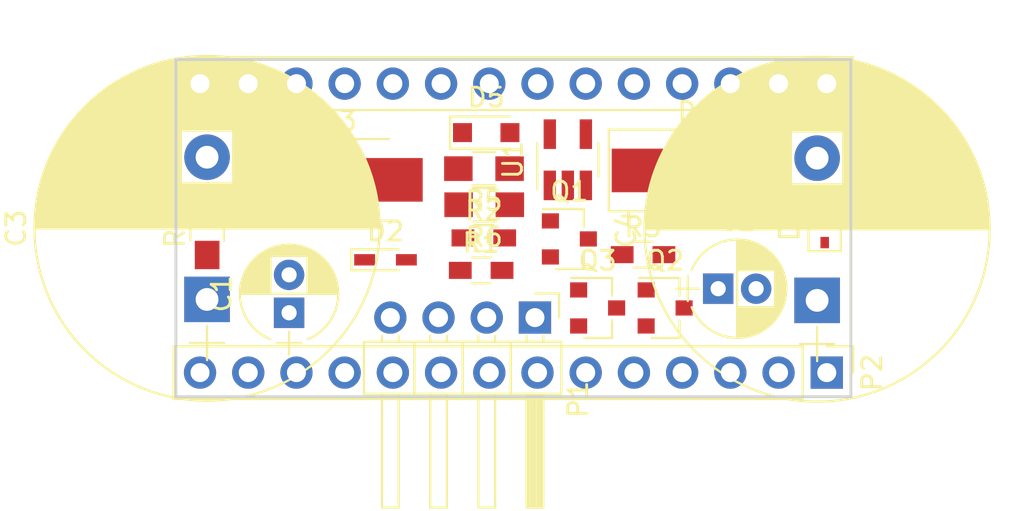
<source format=kicad_pcb>
(kicad_pcb (version 4) (host pcbnew 4.0.5)

  (general
    (links 33)
    (no_connects 33)
    (area 86.553619 76.926419 122.263621 94.856421)
    (thickness 1.6)
    (drawings 4)
    (tracks 0)
    (zones 0)
    (modules 22)
    (nets 44)
  )

  (page A4)
  (layers
    (0 F.Cu signal)
    (31 B.Cu signal)
    (32 B.Adhes user)
    (33 F.Adhes user)
    (34 B.Paste user)
    (35 F.Paste user)
    (36 B.SilkS user)
    (37 F.SilkS user)
    (38 B.Mask user)
    (39 F.Mask user)
    (40 Dwgs.User user)
    (41 Cmts.User user)
    (42 Eco1.User user)
    (43 Eco2.User user)
    (44 Edge.Cuts user)
    (45 Margin user)
    (46 B.CrtYd user)
    (47 F.CrtYd user)
    (48 B.Fab user)
    (49 F.Fab user)
  )

  (setup
    (last_trace_width 0.25)
    (trace_clearance 0.2)
    (zone_clearance 0.508)
    (zone_45_only no)
    (trace_min 0.2)
    (segment_width 0.2)
    (edge_width 0.15)
    (via_size 0.6)
    (via_drill 0.4)
    (via_min_size 0.4)
    (via_min_drill 0.3)
    (uvia_size 0.3)
    (uvia_drill 0.1)
    (uvias_allowed no)
    (uvia_min_size 0.2)
    (uvia_min_drill 0.1)
    (pcb_text_width 0.3)
    (pcb_text_size 1.5 1.5)
    (mod_edge_width 0.15)
    (mod_text_size 1 1)
    (mod_text_width 0.15)
    (pad_size 1.524 1.524)
    (pad_drill 0.762)
    (pad_to_mask_clearance 0.2)
    (aux_axis_origin 0 0)
    (visible_elements 7FFFFFFF)
    (pcbplotparams
      (layerselection 0x00030_80000001)
      (usegerberextensions false)
      (excludeedgelayer true)
      (linewidth 0.100000)
      (plotframeref false)
      (viasonmask false)
      (mode 1)
      (useauxorigin false)
      (hpglpennumber 1)
      (hpglpenspeed 20)
      (hpglpendiameter 15)
      (hpglpenoverlay 2)
      (psnegative false)
      (psa4output false)
      (plotreference true)
      (plotvalue true)
      (plotinvisibletext false)
      (padsonsilk false)
      (subtractmaskfromsilk false)
      (outputformat 1)
      (mirror false)
      (drillshape 1)
      (scaleselection 1)
      (outputdirectory ""))
  )

  (net 0 "")
  (net 1 "Net-(C1-Pad1)")
  (net 2 Teensy_charge_pump)
  (net 3 "Net-(C2-Pad1)")
  (net 4 GND)
  (net 5 "Net-(C3-Pad1)")
  (net 6 "Net-(C4-Pad1)")
  (net 7 "Net-(D1-Pad1)")
  (net 8 "Net-(D1-Pad2)")
  (net 9 "Net-(D2-Pad1)")
  (net 10 Tx)
  (net 11 Rx)
  (net 12 "Net-(P1-Pad4)")
  (net 13 RX1)
  (net 14 TX1)
  (net 15 "Net-(P2-Pad4)")
  (net 16 "Net-(P2-Pad5)")
  (net 17 "Net-(P2-Pad6)")
  (net 18 "Net-(P2-Pad7)")
  (net 19 "Net-(P2-Pad8)")
  (net 20 RX3)
  (net 21 TX3)
  (net 22 RX2)
  (net 23 TX2)
  (net 24 "Net-(P2-Pad13)")
  (net 25 "Net-(P2-Pad14)")
  (net 26 Vin)
  (net 27 AGND)
  (net 28 3.3V)
  (net 29 "Net-(P3-Pad4)")
  (net 30 "Net-(P3-Pad5)")
  (net 31 "Net-(P3-Pad6)")
  (net 32 "Net-(P3-Pad7)")
  (net 33 SCL)
  (net 34 SDA)
  (net 35 "Net-(P3-Pad10)")
  (net 36 "Net-(P3-Pad11)")
  (net 37 "Net-(P3-Pad12)")
  (net 38 "Net-(P3-Pad13)")
  (net 39 SCK)
  (net 40 "Net-(Q1-Pad1)")
  (net 41 "Net-(Q2-Pad2)")
  (net 42 /Teensy_GPIO)
  (net 43 ANALOG_READ)

  (net_class Default "This is the default net class."
    (clearance 0.2)
    (trace_width 0.25)
    (via_dia 0.6)
    (via_drill 0.4)
    (uvia_dia 0.3)
    (uvia_drill 0.1)
    (add_net /Teensy_GPIO)
    (add_net 3.3V)
    (add_net AGND)
    (add_net ANALOG_READ)
    (add_net GND)
    (add_net "Net-(C1-Pad1)")
    (add_net "Net-(C2-Pad1)")
    (add_net "Net-(C3-Pad1)")
    (add_net "Net-(C4-Pad1)")
    (add_net "Net-(D1-Pad1)")
    (add_net "Net-(D1-Pad2)")
    (add_net "Net-(D2-Pad1)")
    (add_net "Net-(P1-Pad4)")
    (add_net "Net-(P2-Pad13)")
    (add_net "Net-(P2-Pad14)")
    (add_net "Net-(P2-Pad4)")
    (add_net "Net-(P2-Pad5)")
    (add_net "Net-(P2-Pad6)")
    (add_net "Net-(P2-Pad7)")
    (add_net "Net-(P2-Pad8)")
    (add_net "Net-(P3-Pad10)")
    (add_net "Net-(P3-Pad11)")
    (add_net "Net-(P3-Pad12)")
    (add_net "Net-(P3-Pad13)")
    (add_net "Net-(P3-Pad4)")
    (add_net "Net-(P3-Pad5)")
    (add_net "Net-(P3-Pad6)")
    (add_net "Net-(P3-Pad7)")
    (add_net "Net-(Q1-Pad1)")
    (add_net "Net-(Q2-Pad2)")
    (add_net RX1)
    (add_net RX2)
    (add_net RX3)
    (add_net Rx)
    (add_net SCK)
    (add_net SCL)
    (add_net SDA)
    (add_net TX1)
    (add_net TX2)
    (add_net TX3)
    (add_net Teensy_charge_pump)
    (add_net Tx)
    (add_net Vin)
  )

  (module Capacitors_THT:CP_Radial_D5.0mm_P2.00mm (layer F.Cu) (tedit 58765D06) (tstamp 58B1F484)
    (at 92.59062 90.35542 90)
    (descr "CP, Radial series, Radial, pin pitch=2.00mm, , diameter=5mm, Electrolytic Capacitor")
    (tags "CP Radial series Radial pin pitch 2.00mm  diameter 5mm Electrolytic Capacitor")
    (path /589F8BEA)
    (fp_text reference C1 (at 1 -3.56 90) (layer F.SilkS)
      (effects (font (size 1 1) (thickness 0.15)))
    )
    (fp_text value "10 uF" (at 1 3.56 90) (layer F.Fab)
      (effects (font (size 1 1) (thickness 0.15)))
    )
    (fp_arc (start 1 0) (end -1.397436 -0.98) (angle 135.5) (layer F.SilkS) (width 0.12))
    (fp_arc (start 1 0) (end -1.397436 0.98) (angle -135.5) (layer F.SilkS) (width 0.12))
    (fp_arc (start 1 0) (end 3.397436 -0.98) (angle 44.5) (layer F.SilkS) (width 0.12))
    (fp_circle (center 1 0) (end 3.5 0) (layer F.Fab) (width 0.1))
    (fp_line (start -2.2 0) (end -1 0) (layer F.Fab) (width 0.1))
    (fp_line (start -1.6 -0.65) (end -1.6 0.65) (layer F.Fab) (width 0.1))
    (fp_line (start 1 -2.55) (end 1 2.55) (layer F.SilkS) (width 0.12))
    (fp_line (start 1.04 -2.55) (end 1.04 -0.98) (layer F.SilkS) (width 0.12))
    (fp_line (start 1.04 0.98) (end 1.04 2.55) (layer F.SilkS) (width 0.12))
    (fp_line (start 1.08 -2.549) (end 1.08 -0.98) (layer F.SilkS) (width 0.12))
    (fp_line (start 1.08 0.98) (end 1.08 2.549) (layer F.SilkS) (width 0.12))
    (fp_line (start 1.12 -2.548) (end 1.12 -0.98) (layer F.SilkS) (width 0.12))
    (fp_line (start 1.12 0.98) (end 1.12 2.548) (layer F.SilkS) (width 0.12))
    (fp_line (start 1.16 -2.546) (end 1.16 -0.98) (layer F.SilkS) (width 0.12))
    (fp_line (start 1.16 0.98) (end 1.16 2.546) (layer F.SilkS) (width 0.12))
    (fp_line (start 1.2 -2.543) (end 1.2 -0.98) (layer F.SilkS) (width 0.12))
    (fp_line (start 1.2 0.98) (end 1.2 2.543) (layer F.SilkS) (width 0.12))
    (fp_line (start 1.24 -2.539) (end 1.24 -0.98) (layer F.SilkS) (width 0.12))
    (fp_line (start 1.24 0.98) (end 1.24 2.539) (layer F.SilkS) (width 0.12))
    (fp_line (start 1.28 -2.535) (end 1.28 -0.98) (layer F.SilkS) (width 0.12))
    (fp_line (start 1.28 0.98) (end 1.28 2.535) (layer F.SilkS) (width 0.12))
    (fp_line (start 1.32 -2.531) (end 1.32 -0.98) (layer F.SilkS) (width 0.12))
    (fp_line (start 1.32 0.98) (end 1.32 2.531) (layer F.SilkS) (width 0.12))
    (fp_line (start 1.36 -2.525) (end 1.36 -0.98) (layer F.SilkS) (width 0.12))
    (fp_line (start 1.36 0.98) (end 1.36 2.525) (layer F.SilkS) (width 0.12))
    (fp_line (start 1.4 -2.519) (end 1.4 -0.98) (layer F.SilkS) (width 0.12))
    (fp_line (start 1.4 0.98) (end 1.4 2.519) (layer F.SilkS) (width 0.12))
    (fp_line (start 1.44 -2.513) (end 1.44 -0.98) (layer F.SilkS) (width 0.12))
    (fp_line (start 1.44 0.98) (end 1.44 2.513) (layer F.SilkS) (width 0.12))
    (fp_line (start 1.48 -2.506) (end 1.48 -0.98) (layer F.SilkS) (width 0.12))
    (fp_line (start 1.48 0.98) (end 1.48 2.506) (layer F.SilkS) (width 0.12))
    (fp_line (start 1.52 -2.498) (end 1.52 -0.98) (layer F.SilkS) (width 0.12))
    (fp_line (start 1.52 0.98) (end 1.52 2.498) (layer F.SilkS) (width 0.12))
    (fp_line (start 1.56 -2.489) (end 1.56 -0.98) (layer F.SilkS) (width 0.12))
    (fp_line (start 1.56 0.98) (end 1.56 2.489) (layer F.SilkS) (width 0.12))
    (fp_line (start 1.6 -2.48) (end 1.6 -0.98) (layer F.SilkS) (width 0.12))
    (fp_line (start 1.6 0.98) (end 1.6 2.48) (layer F.SilkS) (width 0.12))
    (fp_line (start 1.64 -2.47) (end 1.64 -0.98) (layer F.SilkS) (width 0.12))
    (fp_line (start 1.64 0.98) (end 1.64 2.47) (layer F.SilkS) (width 0.12))
    (fp_line (start 1.68 -2.46) (end 1.68 -0.98) (layer F.SilkS) (width 0.12))
    (fp_line (start 1.68 0.98) (end 1.68 2.46) (layer F.SilkS) (width 0.12))
    (fp_line (start 1.721 -2.448) (end 1.721 -0.98) (layer F.SilkS) (width 0.12))
    (fp_line (start 1.721 0.98) (end 1.721 2.448) (layer F.SilkS) (width 0.12))
    (fp_line (start 1.761 -2.436) (end 1.761 -0.98) (layer F.SilkS) (width 0.12))
    (fp_line (start 1.761 0.98) (end 1.761 2.436) (layer F.SilkS) (width 0.12))
    (fp_line (start 1.801 -2.424) (end 1.801 -0.98) (layer F.SilkS) (width 0.12))
    (fp_line (start 1.801 0.98) (end 1.801 2.424) (layer F.SilkS) (width 0.12))
    (fp_line (start 1.841 -2.41) (end 1.841 -0.98) (layer F.SilkS) (width 0.12))
    (fp_line (start 1.841 0.98) (end 1.841 2.41) (layer F.SilkS) (width 0.12))
    (fp_line (start 1.881 -2.396) (end 1.881 -0.98) (layer F.SilkS) (width 0.12))
    (fp_line (start 1.881 0.98) (end 1.881 2.396) (layer F.SilkS) (width 0.12))
    (fp_line (start 1.921 -2.382) (end 1.921 -0.98) (layer F.SilkS) (width 0.12))
    (fp_line (start 1.921 0.98) (end 1.921 2.382) (layer F.SilkS) (width 0.12))
    (fp_line (start 1.961 -2.366) (end 1.961 -0.98) (layer F.SilkS) (width 0.12))
    (fp_line (start 1.961 0.98) (end 1.961 2.366) (layer F.SilkS) (width 0.12))
    (fp_line (start 2.001 -2.35) (end 2.001 -0.98) (layer F.SilkS) (width 0.12))
    (fp_line (start 2.001 0.98) (end 2.001 2.35) (layer F.SilkS) (width 0.12))
    (fp_line (start 2.041 -2.333) (end 2.041 -0.98) (layer F.SilkS) (width 0.12))
    (fp_line (start 2.041 0.98) (end 2.041 2.333) (layer F.SilkS) (width 0.12))
    (fp_line (start 2.081 -2.315) (end 2.081 -0.98) (layer F.SilkS) (width 0.12))
    (fp_line (start 2.081 0.98) (end 2.081 2.315) (layer F.SilkS) (width 0.12))
    (fp_line (start 2.121 -2.296) (end 2.121 -0.98) (layer F.SilkS) (width 0.12))
    (fp_line (start 2.121 0.98) (end 2.121 2.296) (layer F.SilkS) (width 0.12))
    (fp_line (start 2.161 -2.276) (end 2.161 -0.98) (layer F.SilkS) (width 0.12))
    (fp_line (start 2.161 0.98) (end 2.161 2.276) (layer F.SilkS) (width 0.12))
    (fp_line (start 2.201 -2.256) (end 2.201 -0.98) (layer F.SilkS) (width 0.12))
    (fp_line (start 2.201 0.98) (end 2.201 2.256) (layer F.SilkS) (width 0.12))
    (fp_line (start 2.241 -2.234) (end 2.241 -0.98) (layer F.SilkS) (width 0.12))
    (fp_line (start 2.241 0.98) (end 2.241 2.234) (layer F.SilkS) (width 0.12))
    (fp_line (start 2.281 -2.212) (end 2.281 -0.98) (layer F.SilkS) (width 0.12))
    (fp_line (start 2.281 0.98) (end 2.281 2.212) (layer F.SilkS) (width 0.12))
    (fp_line (start 2.321 -2.189) (end 2.321 -0.98) (layer F.SilkS) (width 0.12))
    (fp_line (start 2.321 0.98) (end 2.321 2.189) (layer F.SilkS) (width 0.12))
    (fp_line (start 2.361 -2.165) (end 2.361 -0.98) (layer F.SilkS) (width 0.12))
    (fp_line (start 2.361 0.98) (end 2.361 2.165) (layer F.SilkS) (width 0.12))
    (fp_line (start 2.401 -2.14) (end 2.401 -0.98) (layer F.SilkS) (width 0.12))
    (fp_line (start 2.401 0.98) (end 2.401 2.14) (layer F.SilkS) (width 0.12))
    (fp_line (start 2.441 -2.113) (end 2.441 -0.98) (layer F.SilkS) (width 0.12))
    (fp_line (start 2.441 0.98) (end 2.441 2.113) (layer F.SilkS) (width 0.12))
    (fp_line (start 2.481 -2.086) (end 2.481 -0.98) (layer F.SilkS) (width 0.12))
    (fp_line (start 2.481 0.98) (end 2.481 2.086) (layer F.SilkS) (width 0.12))
    (fp_line (start 2.521 -2.058) (end 2.521 -0.98) (layer F.SilkS) (width 0.12))
    (fp_line (start 2.521 0.98) (end 2.521 2.058) (layer F.SilkS) (width 0.12))
    (fp_line (start 2.561 -2.028) (end 2.561 -0.98) (layer F.SilkS) (width 0.12))
    (fp_line (start 2.561 0.98) (end 2.561 2.028) (layer F.SilkS) (width 0.12))
    (fp_line (start 2.601 -1.997) (end 2.601 -0.98) (layer F.SilkS) (width 0.12))
    (fp_line (start 2.601 0.98) (end 2.601 1.997) (layer F.SilkS) (width 0.12))
    (fp_line (start 2.641 -1.965) (end 2.641 -0.98) (layer F.SilkS) (width 0.12))
    (fp_line (start 2.641 0.98) (end 2.641 1.965) (layer F.SilkS) (width 0.12))
    (fp_line (start 2.681 -1.932) (end 2.681 -0.98) (layer F.SilkS) (width 0.12))
    (fp_line (start 2.681 0.98) (end 2.681 1.932) (layer F.SilkS) (width 0.12))
    (fp_line (start 2.721 -1.897) (end 2.721 -0.98) (layer F.SilkS) (width 0.12))
    (fp_line (start 2.721 0.98) (end 2.721 1.897) (layer F.SilkS) (width 0.12))
    (fp_line (start 2.761 -1.861) (end 2.761 -0.98) (layer F.SilkS) (width 0.12))
    (fp_line (start 2.761 0.98) (end 2.761 1.861) (layer F.SilkS) (width 0.12))
    (fp_line (start 2.801 -1.823) (end 2.801 -0.98) (layer F.SilkS) (width 0.12))
    (fp_line (start 2.801 0.98) (end 2.801 1.823) (layer F.SilkS) (width 0.12))
    (fp_line (start 2.841 -1.783) (end 2.841 -0.98) (layer F.SilkS) (width 0.12))
    (fp_line (start 2.841 0.98) (end 2.841 1.783) (layer F.SilkS) (width 0.12))
    (fp_line (start 2.881 -1.742) (end 2.881 -0.98) (layer F.SilkS) (width 0.12))
    (fp_line (start 2.881 0.98) (end 2.881 1.742) (layer F.SilkS) (width 0.12))
    (fp_line (start 2.921 -1.699) (end 2.921 -0.98) (layer F.SilkS) (width 0.12))
    (fp_line (start 2.921 0.98) (end 2.921 1.699) (layer F.SilkS) (width 0.12))
    (fp_line (start 2.961 -1.654) (end 2.961 -0.98) (layer F.SilkS) (width 0.12))
    (fp_line (start 2.961 0.98) (end 2.961 1.654) (layer F.SilkS) (width 0.12))
    (fp_line (start 3.001 -1.606) (end 3.001 1.606) (layer F.SilkS) (width 0.12))
    (fp_line (start 3.041 -1.556) (end 3.041 1.556) (layer F.SilkS) (width 0.12))
    (fp_line (start 3.081 -1.504) (end 3.081 1.504) (layer F.SilkS) (width 0.12))
    (fp_line (start 3.121 -1.448) (end 3.121 1.448) (layer F.SilkS) (width 0.12))
    (fp_line (start 3.161 -1.39) (end 3.161 1.39) (layer F.SilkS) (width 0.12))
    (fp_line (start 3.201 -1.327) (end 3.201 1.327) (layer F.SilkS) (width 0.12))
    (fp_line (start 3.241 -1.261) (end 3.241 1.261) (layer F.SilkS) (width 0.12))
    (fp_line (start 3.281 -1.189) (end 3.281 1.189) (layer F.SilkS) (width 0.12))
    (fp_line (start 3.321 -1.112) (end 3.321 1.112) (layer F.SilkS) (width 0.12))
    (fp_line (start 3.361 -1.028) (end 3.361 1.028) (layer F.SilkS) (width 0.12))
    (fp_line (start 3.401 -0.934) (end 3.401 0.934) (layer F.SilkS) (width 0.12))
    (fp_line (start 3.441 -0.829) (end 3.441 0.829) (layer F.SilkS) (width 0.12))
    (fp_line (start 3.481 -0.707) (end 3.481 0.707) (layer F.SilkS) (width 0.12))
    (fp_line (start 3.521 -0.559) (end 3.521 0.559) (layer F.SilkS) (width 0.12))
    (fp_line (start 3.561 -0.354) (end 3.561 0.354) (layer F.SilkS) (width 0.12))
    (fp_line (start -2.2 0) (end -1 0) (layer F.SilkS) (width 0.12))
    (fp_line (start -1.6 -0.65) (end -1.6 0.65) (layer F.SilkS) (width 0.12))
    (fp_line (start -1.85 -2.85) (end -1.85 2.85) (layer F.CrtYd) (width 0.05))
    (fp_line (start -1.85 2.85) (end 3.85 2.85) (layer F.CrtYd) (width 0.05))
    (fp_line (start 3.85 2.85) (end 3.85 -2.85) (layer F.CrtYd) (width 0.05))
    (fp_line (start 3.85 -2.85) (end -1.85 -2.85) (layer F.CrtYd) (width 0.05))
    (pad 1 thru_hole rect (at 0 0 90) (size 1.6 1.6) (drill 0.8) (layers *.Cu *.Mask)
      (net 1 "Net-(C1-Pad1)"))
    (pad 2 thru_hole circle (at 2 0 90) (size 1.6 1.6) (drill 0.8) (layers *.Cu *.Mask)
      (net 2 Teensy_charge_pump))
    (model Capacitors_THT.3dshapes/CP_Radial_D5.0mm_P2.00mm.wrl
      (at (xyz 0 0 0))
      (scale (xyz 0.393701 0.393701 0.393701))
      (rotate (xyz 0 0 0))
    )
  )

  (module Capacitors_THT:CP_Radial_D5.0mm_P2.00mm (layer F.Cu) (tedit 58765D06) (tstamp 58B1F48A)
    (at 115.19662 89.08542)
    (descr "CP, Radial series, Radial, pin pitch=2.00mm, , diameter=5mm, Electrolytic Capacitor")
    (tags "CP Radial series Radial pin pitch 2.00mm  diameter 5mm Electrolytic Capacitor")
    (path /589F8CD3)
    (fp_text reference C2 (at 1 -3.56) (layer F.SilkS)
      (effects (font (size 1 1) (thickness 0.15)))
    )
    (fp_text value "10 uF" (at 1.746 4.064) (layer F.Fab)
      (effects (font (size 1 1) (thickness 0.15)))
    )
    (fp_arc (start 1 0) (end -1.397436 -0.98) (angle 135.5) (layer F.SilkS) (width 0.12))
    (fp_arc (start 1 0) (end -1.397436 0.98) (angle -135.5) (layer F.SilkS) (width 0.12))
    (fp_arc (start 1 0) (end 3.397436 -0.98) (angle 44.5) (layer F.SilkS) (width 0.12))
    (fp_circle (center 1 0) (end 3.5 0) (layer F.Fab) (width 0.1))
    (fp_line (start -2.2 0) (end -1 0) (layer F.Fab) (width 0.1))
    (fp_line (start -1.6 -0.65) (end -1.6 0.65) (layer F.Fab) (width 0.1))
    (fp_line (start 1 -2.55) (end 1 2.55) (layer F.SilkS) (width 0.12))
    (fp_line (start 1.04 -2.55) (end 1.04 -0.98) (layer F.SilkS) (width 0.12))
    (fp_line (start 1.04 0.98) (end 1.04 2.55) (layer F.SilkS) (width 0.12))
    (fp_line (start 1.08 -2.549) (end 1.08 -0.98) (layer F.SilkS) (width 0.12))
    (fp_line (start 1.08 0.98) (end 1.08 2.549) (layer F.SilkS) (width 0.12))
    (fp_line (start 1.12 -2.548) (end 1.12 -0.98) (layer F.SilkS) (width 0.12))
    (fp_line (start 1.12 0.98) (end 1.12 2.548) (layer F.SilkS) (width 0.12))
    (fp_line (start 1.16 -2.546) (end 1.16 -0.98) (layer F.SilkS) (width 0.12))
    (fp_line (start 1.16 0.98) (end 1.16 2.546) (layer F.SilkS) (width 0.12))
    (fp_line (start 1.2 -2.543) (end 1.2 -0.98) (layer F.SilkS) (width 0.12))
    (fp_line (start 1.2 0.98) (end 1.2 2.543) (layer F.SilkS) (width 0.12))
    (fp_line (start 1.24 -2.539) (end 1.24 -0.98) (layer F.SilkS) (width 0.12))
    (fp_line (start 1.24 0.98) (end 1.24 2.539) (layer F.SilkS) (width 0.12))
    (fp_line (start 1.28 -2.535) (end 1.28 -0.98) (layer F.SilkS) (width 0.12))
    (fp_line (start 1.28 0.98) (end 1.28 2.535) (layer F.SilkS) (width 0.12))
    (fp_line (start 1.32 -2.531) (end 1.32 -0.98) (layer F.SilkS) (width 0.12))
    (fp_line (start 1.32 0.98) (end 1.32 2.531) (layer F.SilkS) (width 0.12))
    (fp_line (start 1.36 -2.525) (end 1.36 -0.98) (layer F.SilkS) (width 0.12))
    (fp_line (start 1.36 0.98) (end 1.36 2.525) (layer F.SilkS) (width 0.12))
    (fp_line (start 1.4 -2.519) (end 1.4 -0.98) (layer F.SilkS) (width 0.12))
    (fp_line (start 1.4 0.98) (end 1.4 2.519) (layer F.SilkS) (width 0.12))
    (fp_line (start 1.44 -2.513) (end 1.44 -0.98) (layer F.SilkS) (width 0.12))
    (fp_line (start 1.44 0.98) (end 1.44 2.513) (layer F.SilkS) (width 0.12))
    (fp_line (start 1.48 -2.506) (end 1.48 -0.98) (layer F.SilkS) (width 0.12))
    (fp_line (start 1.48 0.98) (end 1.48 2.506) (layer F.SilkS) (width 0.12))
    (fp_line (start 1.52 -2.498) (end 1.52 -0.98) (layer F.SilkS) (width 0.12))
    (fp_line (start 1.52 0.98) (end 1.52 2.498) (layer F.SilkS) (width 0.12))
    (fp_line (start 1.56 -2.489) (end 1.56 -0.98) (layer F.SilkS) (width 0.12))
    (fp_line (start 1.56 0.98) (end 1.56 2.489) (layer F.SilkS) (width 0.12))
    (fp_line (start 1.6 -2.48) (end 1.6 -0.98) (layer F.SilkS) (width 0.12))
    (fp_line (start 1.6 0.98) (end 1.6 2.48) (layer F.SilkS) (width 0.12))
    (fp_line (start 1.64 -2.47) (end 1.64 -0.98) (layer F.SilkS) (width 0.12))
    (fp_line (start 1.64 0.98) (end 1.64 2.47) (layer F.SilkS) (width 0.12))
    (fp_line (start 1.68 -2.46) (end 1.68 -0.98) (layer F.SilkS) (width 0.12))
    (fp_line (start 1.68 0.98) (end 1.68 2.46) (layer F.SilkS) (width 0.12))
    (fp_line (start 1.721 -2.448) (end 1.721 -0.98) (layer F.SilkS) (width 0.12))
    (fp_line (start 1.721 0.98) (end 1.721 2.448) (layer F.SilkS) (width 0.12))
    (fp_line (start 1.761 -2.436) (end 1.761 -0.98) (layer F.SilkS) (width 0.12))
    (fp_line (start 1.761 0.98) (end 1.761 2.436) (layer F.SilkS) (width 0.12))
    (fp_line (start 1.801 -2.424) (end 1.801 -0.98) (layer F.SilkS) (width 0.12))
    (fp_line (start 1.801 0.98) (end 1.801 2.424) (layer F.SilkS) (width 0.12))
    (fp_line (start 1.841 -2.41) (end 1.841 -0.98) (layer F.SilkS) (width 0.12))
    (fp_line (start 1.841 0.98) (end 1.841 2.41) (layer F.SilkS) (width 0.12))
    (fp_line (start 1.881 -2.396) (end 1.881 -0.98) (layer F.SilkS) (width 0.12))
    (fp_line (start 1.881 0.98) (end 1.881 2.396) (layer F.SilkS) (width 0.12))
    (fp_line (start 1.921 -2.382) (end 1.921 -0.98) (layer F.SilkS) (width 0.12))
    (fp_line (start 1.921 0.98) (end 1.921 2.382) (layer F.SilkS) (width 0.12))
    (fp_line (start 1.961 -2.366) (end 1.961 -0.98) (layer F.SilkS) (width 0.12))
    (fp_line (start 1.961 0.98) (end 1.961 2.366) (layer F.SilkS) (width 0.12))
    (fp_line (start 2.001 -2.35) (end 2.001 -0.98) (layer F.SilkS) (width 0.12))
    (fp_line (start 2.001 0.98) (end 2.001 2.35) (layer F.SilkS) (width 0.12))
    (fp_line (start 2.041 -2.333) (end 2.041 -0.98) (layer F.SilkS) (width 0.12))
    (fp_line (start 2.041 0.98) (end 2.041 2.333) (layer F.SilkS) (width 0.12))
    (fp_line (start 2.081 -2.315) (end 2.081 -0.98) (layer F.SilkS) (width 0.12))
    (fp_line (start 2.081 0.98) (end 2.081 2.315) (layer F.SilkS) (width 0.12))
    (fp_line (start 2.121 -2.296) (end 2.121 -0.98) (layer F.SilkS) (width 0.12))
    (fp_line (start 2.121 0.98) (end 2.121 2.296) (layer F.SilkS) (width 0.12))
    (fp_line (start 2.161 -2.276) (end 2.161 -0.98) (layer F.SilkS) (width 0.12))
    (fp_line (start 2.161 0.98) (end 2.161 2.276) (layer F.SilkS) (width 0.12))
    (fp_line (start 2.201 -2.256) (end 2.201 -0.98) (layer F.SilkS) (width 0.12))
    (fp_line (start 2.201 0.98) (end 2.201 2.256) (layer F.SilkS) (width 0.12))
    (fp_line (start 2.241 -2.234) (end 2.241 -0.98) (layer F.SilkS) (width 0.12))
    (fp_line (start 2.241 0.98) (end 2.241 2.234) (layer F.SilkS) (width 0.12))
    (fp_line (start 2.281 -2.212) (end 2.281 -0.98) (layer F.SilkS) (width 0.12))
    (fp_line (start 2.281 0.98) (end 2.281 2.212) (layer F.SilkS) (width 0.12))
    (fp_line (start 2.321 -2.189) (end 2.321 -0.98) (layer F.SilkS) (width 0.12))
    (fp_line (start 2.321 0.98) (end 2.321 2.189) (layer F.SilkS) (width 0.12))
    (fp_line (start 2.361 -2.165) (end 2.361 -0.98) (layer F.SilkS) (width 0.12))
    (fp_line (start 2.361 0.98) (end 2.361 2.165) (layer F.SilkS) (width 0.12))
    (fp_line (start 2.401 -2.14) (end 2.401 -0.98) (layer F.SilkS) (width 0.12))
    (fp_line (start 2.401 0.98) (end 2.401 2.14) (layer F.SilkS) (width 0.12))
    (fp_line (start 2.441 -2.113) (end 2.441 -0.98) (layer F.SilkS) (width 0.12))
    (fp_line (start 2.441 0.98) (end 2.441 2.113) (layer F.SilkS) (width 0.12))
    (fp_line (start 2.481 -2.086) (end 2.481 -0.98) (layer F.SilkS) (width 0.12))
    (fp_line (start 2.481 0.98) (end 2.481 2.086) (layer F.SilkS) (width 0.12))
    (fp_line (start 2.521 -2.058) (end 2.521 -0.98) (layer F.SilkS) (width 0.12))
    (fp_line (start 2.521 0.98) (end 2.521 2.058) (layer F.SilkS) (width 0.12))
    (fp_line (start 2.561 -2.028) (end 2.561 -0.98) (layer F.SilkS) (width 0.12))
    (fp_line (start 2.561 0.98) (end 2.561 2.028) (layer F.SilkS) (width 0.12))
    (fp_line (start 2.601 -1.997) (end 2.601 -0.98) (layer F.SilkS) (width 0.12))
    (fp_line (start 2.601 0.98) (end 2.601 1.997) (layer F.SilkS) (width 0.12))
    (fp_line (start 2.641 -1.965) (end 2.641 -0.98) (layer F.SilkS) (width 0.12))
    (fp_line (start 2.641 0.98) (end 2.641 1.965) (layer F.SilkS) (width 0.12))
    (fp_line (start 2.681 -1.932) (end 2.681 -0.98) (layer F.SilkS) (width 0.12))
    (fp_line (start 2.681 0.98) (end 2.681 1.932) (layer F.SilkS) (width 0.12))
    (fp_line (start 2.721 -1.897) (end 2.721 -0.98) (layer F.SilkS) (width 0.12))
    (fp_line (start 2.721 0.98) (end 2.721 1.897) (layer F.SilkS) (width 0.12))
    (fp_line (start 2.761 -1.861) (end 2.761 -0.98) (layer F.SilkS) (width 0.12))
    (fp_line (start 2.761 0.98) (end 2.761 1.861) (layer F.SilkS) (width 0.12))
    (fp_line (start 2.801 -1.823) (end 2.801 -0.98) (layer F.SilkS) (width 0.12))
    (fp_line (start 2.801 0.98) (end 2.801 1.823) (layer F.SilkS) (width 0.12))
    (fp_line (start 2.841 -1.783) (end 2.841 -0.98) (layer F.SilkS) (width 0.12))
    (fp_line (start 2.841 0.98) (end 2.841 1.783) (layer F.SilkS) (width 0.12))
    (fp_line (start 2.881 -1.742) (end 2.881 -0.98) (layer F.SilkS) (width 0.12))
    (fp_line (start 2.881 0.98) (end 2.881 1.742) (layer F.SilkS) (width 0.12))
    (fp_line (start 2.921 -1.699) (end 2.921 -0.98) (layer F.SilkS) (width 0.12))
    (fp_line (start 2.921 0.98) (end 2.921 1.699) (layer F.SilkS) (width 0.12))
    (fp_line (start 2.961 -1.654) (end 2.961 -0.98) (layer F.SilkS) (width 0.12))
    (fp_line (start 2.961 0.98) (end 2.961 1.654) (layer F.SilkS) (width 0.12))
    (fp_line (start 3.001 -1.606) (end 3.001 1.606) (layer F.SilkS) (width 0.12))
    (fp_line (start 3.041 -1.556) (end 3.041 1.556) (layer F.SilkS) (width 0.12))
    (fp_line (start 3.081 -1.504) (end 3.081 1.504) (layer F.SilkS) (width 0.12))
    (fp_line (start 3.121 -1.448) (end 3.121 1.448) (layer F.SilkS) (width 0.12))
    (fp_line (start 3.161 -1.39) (end 3.161 1.39) (layer F.SilkS) (width 0.12))
    (fp_line (start 3.201 -1.327) (end 3.201 1.327) (layer F.SilkS) (width 0.12))
    (fp_line (start 3.241 -1.261) (end 3.241 1.261) (layer F.SilkS) (width 0.12))
    (fp_line (start 3.281 -1.189) (end 3.281 1.189) (layer F.SilkS) (width 0.12))
    (fp_line (start 3.321 -1.112) (end 3.321 1.112) (layer F.SilkS) (width 0.12))
    (fp_line (start 3.361 -1.028) (end 3.361 1.028) (layer F.SilkS) (width 0.12))
    (fp_line (start 3.401 -0.934) (end 3.401 0.934) (layer F.SilkS) (width 0.12))
    (fp_line (start 3.441 -0.829) (end 3.441 0.829) (layer F.SilkS) (width 0.12))
    (fp_line (start 3.481 -0.707) (end 3.481 0.707) (layer F.SilkS) (width 0.12))
    (fp_line (start 3.521 -0.559) (end 3.521 0.559) (layer F.SilkS) (width 0.12))
    (fp_line (start 3.561 -0.354) (end 3.561 0.354) (layer F.SilkS) (width 0.12))
    (fp_line (start -2.2 0) (end -1 0) (layer F.SilkS) (width 0.12))
    (fp_line (start -1.6 -0.65) (end -1.6 0.65) (layer F.SilkS) (width 0.12))
    (fp_line (start -1.85 -2.85) (end -1.85 2.85) (layer F.CrtYd) (width 0.05))
    (fp_line (start -1.85 2.85) (end 3.85 2.85) (layer F.CrtYd) (width 0.05))
    (fp_line (start 3.85 2.85) (end 3.85 -2.85) (layer F.CrtYd) (width 0.05))
    (fp_line (start 3.85 -2.85) (end -1.85 -2.85) (layer F.CrtYd) (width 0.05))
    (pad 1 thru_hole rect (at 0 0) (size 1.6 1.6) (drill 0.8) (layers *.Cu *.Mask)
      (net 3 "Net-(C2-Pad1)"))
    (pad 2 thru_hole circle (at 2 0) (size 1.6 1.6) (drill 0.8) (layers *.Cu *.Mask)
      (net 4 GND))
    (model Capacitors_THT.3dshapes/CP_Radial_D5.0mm_P2.00mm.wrl
      (at (xyz 0 0 0))
      (scale (xyz 0.393701 0.393701 0.393701))
      (rotate (xyz 0 0 0))
    )
  )

  (module Capacitors_THT:CP_Radial_D18.0mm_P7.50mm (layer F.Cu) (tedit 58765D06) (tstamp 58B1F490)
    (at 88.26862 89.65142 90)
    (descr "CP, Radial series, Radial, pin pitch=7.50mm, , diameter=18mm, Electrolytic Capacitor")
    (tags "CP Radial series Radial pin pitch 7.50mm  diameter 18mm Electrolytic Capacitor")
    (path /58B235DC)
    (fp_text reference C3 (at 3.75 -10.06 90) (layer F.SilkS)
      (effects (font (size 1 1) (thickness 0.15)))
    )
    (fp_text value 4.5mF (at 3.75 10.06 90) (layer F.Fab)
      (effects (font (size 1 1) (thickness 0.15)))
    )
    (fp_circle (center 3.75 0) (end 12.75 0) (layer F.Fab) (width 0.1))
    (fp_circle (center 3.75 0) (end 12.84 0) (layer F.SilkS) (width 0.12))
    (fp_line (start -3.2 0) (end -1.4 0) (layer F.Fab) (width 0.1))
    (fp_line (start -2.3 -0.9) (end -2.3 0.9) (layer F.Fab) (width 0.1))
    (fp_line (start 3.75 -9.05) (end 3.75 9.05) (layer F.SilkS) (width 0.12))
    (fp_line (start 3.79 -9.05) (end 3.79 9.05) (layer F.SilkS) (width 0.12))
    (fp_line (start 3.83 -9.05) (end 3.83 9.05) (layer F.SilkS) (width 0.12))
    (fp_line (start 3.87 -9.05) (end 3.87 9.05) (layer F.SilkS) (width 0.12))
    (fp_line (start 3.91 -9.049) (end 3.91 9.049) (layer F.SilkS) (width 0.12))
    (fp_line (start 3.95 -9.048) (end 3.95 9.048) (layer F.SilkS) (width 0.12))
    (fp_line (start 3.99 -9.047) (end 3.99 9.047) (layer F.SilkS) (width 0.12))
    (fp_line (start 4.03 -9.046) (end 4.03 9.046) (layer F.SilkS) (width 0.12))
    (fp_line (start 4.07 -9.045) (end 4.07 9.045) (layer F.SilkS) (width 0.12))
    (fp_line (start 4.11 -9.043) (end 4.11 9.043) (layer F.SilkS) (width 0.12))
    (fp_line (start 4.15 -9.042) (end 4.15 9.042) (layer F.SilkS) (width 0.12))
    (fp_line (start 4.19 -9.04) (end 4.19 9.04) (layer F.SilkS) (width 0.12))
    (fp_line (start 4.23 -9.038) (end 4.23 9.038) (layer F.SilkS) (width 0.12))
    (fp_line (start 4.27 -9.036) (end 4.27 9.036) (layer F.SilkS) (width 0.12))
    (fp_line (start 4.31 -9.033) (end 4.31 9.033) (layer F.SilkS) (width 0.12))
    (fp_line (start 4.35 -9.031) (end 4.35 9.031) (layer F.SilkS) (width 0.12))
    (fp_line (start 4.39 -9.028) (end 4.39 9.028) (layer F.SilkS) (width 0.12))
    (fp_line (start 4.43 -9.025) (end 4.43 9.025) (layer F.SilkS) (width 0.12))
    (fp_line (start 4.471 -9.022) (end 4.471 9.022) (layer F.SilkS) (width 0.12))
    (fp_line (start 4.511 -9.019) (end 4.511 9.019) (layer F.SilkS) (width 0.12))
    (fp_line (start 4.551 -9.015) (end 4.551 9.015) (layer F.SilkS) (width 0.12))
    (fp_line (start 4.591 -9.012) (end 4.591 9.012) (layer F.SilkS) (width 0.12))
    (fp_line (start 4.631 -9.008) (end 4.631 9.008) (layer F.SilkS) (width 0.12))
    (fp_line (start 4.671 -9.004) (end 4.671 9.004) (layer F.SilkS) (width 0.12))
    (fp_line (start 4.711 -9) (end 4.711 9) (layer F.SilkS) (width 0.12))
    (fp_line (start 4.751 -8.995) (end 4.751 8.995) (layer F.SilkS) (width 0.12))
    (fp_line (start 4.791 -8.991) (end 4.791 8.991) (layer F.SilkS) (width 0.12))
    (fp_line (start 4.831 -8.986) (end 4.831 8.986) (layer F.SilkS) (width 0.12))
    (fp_line (start 4.871 -8.981) (end 4.871 8.981) (layer F.SilkS) (width 0.12))
    (fp_line (start 4.911 -8.976) (end 4.911 8.976) (layer F.SilkS) (width 0.12))
    (fp_line (start 4.951 -8.971) (end 4.951 8.971) (layer F.SilkS) (width 0.12))
    (fp_line (start 4.991 -8.966) (end 4.991 8.966) (layer F.SilkS) (width 0.12))
    (fp_line (start 5.031 -8.96) (end 5.031 8.96) (layer F.SilkS) (width 0.12))
    (fp_line (start 5.071 -8.954) (end 5.071 8.954) (layer F.SilkS) (width 0.12))
    (fp_line (start 5.111 -8.948) (end 5.111 8.948) (layer F.SilkS) (width 0.12))
    (fp_line (start 5.151 -8.942) (end 5.151 8.942) (layer F.SilkS) (width 0.12))
    (fp_line (start 5.191 -8.936) (end 5.191 8.936) (layer F.SilkS) (width 0.12))
    (fp_line (start 5.231 -8.929) (end 5.231 8.929) (layer F.SilkS) (width 0.12))
    (fp_line (start 5.271 -8.923) (end 5.271 8.923) (layer F.SilkS) (width 0.12))
    (fp_line (start 5.311 -8.916) (end 5.311 8.916) (layer F.SilkS) (width 0.12))
    (fp_line (start 5.351 -8.909) (end 5.351 8.909) (layer F.SilkS) (width 0.12))
    (fp_line (start 5.391 -8.901) (end 5.391 8.901) (layer F.SilkS) (width 0.12))
    (fp_line (start 5.431 -8.894) (end 5.431 8.894) (layer F.SilkS) (width 0.12))
    (fp_line (start 5.471 -8.886) (end 5.471 8.886) (layer F.SilkS) (width 0.12))
    (fp_line (start 5.511 -8.878) (end 5.511 8.878) (layer F.SilkS) (width 0.12))
    (fp_line (start 5.551 -8.87) (end 5.551 8.87) (layer F.SilkS) (width 0.12))
    (fp_line (start 5.591 -8.862) (end 5.591 8.862) (layer F.SilkS) (width 0.12))
    (fp_line (start 5.631 -8.854) (end 5.631 8.854) (layer F.SilkS) (width 0.12))
    (fp_line (start 5.671 -8.845) (end 5.671 8.845) (layer F.SilkS) (width 0.12))
    (fp_line (start 5.711 -8.837) (end 5.711 8.837) (layer F.SilkS) (width 0.12))
    (fp_line (start 5.751 -8.828) (end 5.751 8.828) (layer F.SilkS) (width 0.12))
    (fp_line (start 5.791 -8.819) (end 5.791 8.819) (layer F.SilkS) (width 0.12))
    (fp_line (start 5.831 -8.809) (end 5.831 8.809) (layer F.SilkS) (width 0.12))
    (fp_line (start 5.871 -8.8) (end 5.871 8.8) (layer F.SilkS) (width 0.12))
    (fp_line (start 5.911 -8.79) (end 5.911 8.79) (layer F.SilkS) (width 0.12))
    (fp_line (start 5.951 -8.78) (end 5.951 8.78) (layer F.SilkS) (width 0.12))
    (fp_line (start 5.991 -8.77) (end 5.991 8.77) (layer F.SilkS) (width 0.12))
    (fp_line (start 6.031 -8.76) (end 6.031 8.76) (layer F.SilkS) (width 0.12))
    (fp_line (start 6.071 -8.749) (end 6.071 8.749) (layer F.SilkS) (width 0.12))
    (fp_line (start 6.111 -8.739) (end 6.111 8.739) (layer F.SilkS) (width 0.12))
    (fp_line (start 6.151 -8.728) (end 6.151 -1.38) (layer F.SilkS) (width 0.12))
    (fp_line (start 6.151 1.38) (end 6.151 8.728) (layer F.SilkS) (width 0.12))
    (fp_line (start 6.191 -8.717) (end 6.191 -1.38) (layer F.SilkS) (width 0.12))
    (fp_line (start 6.191 1.38) (end 6.191 8.717) (layer F.SilkS) (width 0.12))
    (fp_line (start 6.231 -8.706) (end 6.231 -1.38) (layer F.SilkS) (width 0.12))
    (fp_line (start 6.231 1.38) (end 6.231 8.706) (layer F.SilkS) (width 0.12))
    (fp_line (start 6.271 -8.694) (end 6.271 -1.38) (layer F.SilkS) (width 0.12))
    (fp_line (start 6.271 1.38) (end 6.271 8.694) (layer F.SilkS) (width 0.12))
    (fp_line (start 6.311 -8.683) (end 6.311 -1.38) (layer F.SilkS) (width 0.12))
    (fp_line (start 6.311 1.38) (end 6.311 8.683) (layer F.SilkS) (width 0.12))
    (fp_line (start 6.351 -8.671) (end 6.351 -1.38) (layer F.SilkS) (width 0.12))
    (fp_line (start 6.351 1.38) (end 6.351 8.671) (layer F.SilkS) (width 0.12))
    (fp_line (start 6.391 -8.659) (end 6.391 -1.38) (layer F.SilkS) (width 0.12))
    (fp_line (start 6.391 1.38) (end 6.391 8.659) (layer F.SilkS) (width 0.12))
    (fp_line (start 6.431 -8.646) (end 6.431 -1.38) (layer F.SilkS) (width 0.12))
    (fp_line (start 6.431 1.38) (end 6.431 8.646) (layer F.SilkS) (width 0.12))
    (fp_line (start 6.471 -8.634) (end 6.471 -1.38) (layer F.SilkS) (width 0.12))
    (fp_line (start 6.471 1.38) (end 6.471 8.634) (layer F.SilkS) (width 0.12))
    (fp_line (start 6.511 -8.621) (end 6.511 -1.38) (layer F.SilkS) (width 0.12))
    (fp_line (start 6.511 1.38) (end 6.511 8.621) (layer F.SilkS) (width 0.12))
    (fp_line (start 6.551 -8.609) (end 6.551 -1.38) (layer F.SilkS) (width 0.12))
    (fp_line (start 6.551 1.38) (end 6.551 8.609) (layer F.SilkS) (width 0.12))
    (fp_line (start 6.591 -8.595) (end 6.591 -1.38) (layer F.SilkS) (width 0.12))
    (fp_line (start 6.591 1.38) (end 6.591 8.595) (layer F.SilkS) (width 0.12))
    (fp_line (start 6.631 -8.582) (end 6.631 -1.38) (layer F.SilkS) (width 0.12))
    (fp_line (start 6.631 1.38) (end 6.631 8.582) (layer F.SilkS) (width 0.12))
    (fp_line (start 6.671 -8.569) (end 6.671 -1.38) (layer F.SilkS) (width 0.12))
    (fp_line (start 6.671 1.38) (end 6.671 8.569) (layer F.SilkS) (width 0.12))
    (fp_line (start 6.711 -8.555) (end 6.711 -1.38) (layer F.SilkS) (width 0.12))
    (fp_line (start 6.711 1.38) (end 6.711 8.555) (layer F.SilkS) (width 0.12))
    (fp_line (start 6.751 -8.541) (end 6.751 -1.38) (layer F.SilkS) (width 0.12))
    (fp_line (start 6.751 1.38) (end 6.751 8.541) (layer F.SilkS) (width 0.12))
    (fp_line (start 6.791 -8.527) (end 6.791 -1.38) (layer F.SilkS) (width 0.12))
    (fp_line (start 6.791 1.38) (end 6.791 8.527) (layer F.SilkS) (width 0.12))
    (fp_line (start 6.831 -8.513) (end 6.831 -1.38) (layer F.SilkS) (width 0.12))
    (fp_line (start 6.831 1.38) (end 6.831 8.513) (layer F.SilkS) (width 0.12))
    (fp_line (start 6.871 -8.498) (end 6.871 -1.38) (layer F.SilkS) (width 0.12))
    (fp_line (start 6.871 1.38) (end 6.871 8.498) (layer F.SilkS) (width 0.12))
    (fp_line (start 6.911 -8.484) (end 6.911 -1.38) (layer F.SilkS) (width 0.12))
    (fp_line (start 6.911 1.38) (end 6.911 8.484) (layer F.SilkS) (width 0.12))
    (fp_line (start 6.951 -8.469) (end 6.951 -1.38) (layer F.SilkS) (width 0.12))
    (fp_line (start 6.951 1.38) (end 6.951 8.469) (layer F.SilkS) (width 0.12))
    (fp_line (start 6.991 -8.453) (end 6.991 -1.38) (layer F.SilkS) (width 0.12))
    (fp_line (start 6.991 1.38) (end 6.991 8.453) (layer F.SilkS) (width 0.12))
    (fp_line (start 7.031 -8.438) (end 7.031 -1.38) (layer F.SilkS) (width 0.12))
    (fp_line (start 7.031 1.38) (end 7.031 8.438) (layer F.SilkS) (width 0.12))
    (fp_line (start 7.071 -8.423) (end 7.071 -1.38) (layer F.SilkS) (width 0.12))
    (fp_line (start 7.071 1.38) (end 7.071 8.423) (layer F.SilkS) (width 0.12))
    (fp_line (start 7.111 -8.407) (end 7.111 -1.38) (layer F.SilkS) (width 0.12))
    (fp_line (start 7.111 1.38) (end 7.111 8.407) (layer F.SilkS) (width 0.12))
    (fp_line (start 7.151 -8.391) (end 7.151 -1.38) (layer F.SilkS) (width 0.12))
    (fp_line (start 7.151 1.38) (end 7.151 8.391) (layer F.SilkS) (width 0.12))
    (fp_line (start 7.191 -8.374) (end 7.191 -1.38) (layer F.SilkS) (width 0.12))
    (fp_line (start 7.191 1.38) (end 7.191 8.374) (layer F.SilkS) (width 0.12))
    (fp_line (start 7.231 -8.358) (end 7.231 -1.38) (layer F.SilkS) (width 0.12))
    (fp_line (start 7.231 1.38) (end 7.231 8.358) (layer F.SilkS) (width 0.12))
    (fp_line (start 7.271 -8.341) (end 7.271 -1.38) (layer F.SilkS) (width 0.12))
    (fp_line (start 7.271 1.38) (end 7.271 8.341) (layer F.SilkS) (width 0.12))
    (fp_line (start 7.311 -8.324) (end 7.311 -1.38) (layer F.SilkS) (width 0.12))
    (fp_line (start 7.311 1.38) (end 7.311 8.324) (layer F.SilkS) (width 0.12))
    (fp_line (start 7.351 -8.307) (end 7.351 -1.38) (layer F.SilkS) (width 0.12))
    (fp_line (start 7.351 1.38) (end 7.351 8.307) (layer F.SilkS) (width 0.12))
    (fp_line (start 7.391 -8.29) (end 7.391 -1.38) (layer F.SilkS) (width 0.12))
    (fp_line (start 7.391 1.38) (end 7.391 8.29) (layer F.SilkS) (width 0.12))
    (fp_line (start 7.431 -8.272) (end 7.431 -1.38) (layer F.SilkS) (width 0.12))
    (fp_line (start 7.431 1.38) (end 7.431 8.272) (layer F.SilkS) (width 0.12))
    (fp_line (start 7.471 -8.254) (end 7.471 -1.38) (layer F.SilkS) (width 0.12))
    (fp_line (start 7.471 1.38) (end 7.471 8.254) (layer F.SilkS) (width 0.12))
    (fp_line (start 7.511 -8.236) (end 7.511 -1.38) (layer F.SilkS) (width 0.12))
    (fp_line (start 7.511 1.38) (end 7.511 8.236) (layer F.SilkS) (width 0.12))
    (fp_line (start 7.551 -8.218) (end 7.551 -1.38) (layer F.SilkS) (width 0.12))
    (fp_line (start 7.551 1.38) (end 7.551 8.218) (layer F.SilkS) (width 0.12))
    (fp_line (start 7.591 -8.2) (end 7.591 -1.38) (layer F.SilkS) (width 0.12))
    (fp_line (start 7.591 1.38) (end 7.591 8.2) (layer F.SilkS) (width 0.12))
    (fp_line (start 7.631 -8.181) (end 7.631 -1.38) (layer F.SilkS) (width 0.12))
    (fp_line (start 7.631 1.38) (end 7.631 8.181) (layer F.SilkS) (width 0.12))
    (fp_line (start 7.671 -8.162) (end 7.671 -1.38) (layer F.SilkS) (width 0.12))
    (fp_line (start 7.671 1.38) (end 7.671 8.162) (layer F.SilkS) (width 0.12))
    (fp_line (start 7.711 -8.143) (end 7.711 -1.38) (layer F.SilkS) (width 0.12))
    (fp_line (start 7.711 1.38) (end 7.711 8.143) (layer F.SilkS) (width 0.12))
    (fp_line (start 7.751 -8.123) (end 7.751 -1.38) (layer F.SilkS) (width 0.12))
    (fp_line (start 7.751 1.38) (end 7.751 8.123) (layer F.SilkS) (width 0.12))
    (fp_line (start 7.791 -8.103) (end 7.791 -1.38) (layer F.SilkS) (width 0.12))
    (fp_line (start 7.791 1.38) (end 7.791 8.103) (layer F.SilkS) (width 0.12))
    (fp_line (start 7.831 -8.083) (end 7.831 -1.38) (layer F.SilkS) (width 0.12))
    (fp_line (start 7.831 1.38) (end 7.831 8.083) (layer F.SilkS) (width 0.12))
    (fp_line (start 7.871 -8.063) (end 7.871 -1.38) (layer F.SilkS) (width 0.12))
    (fp_line (start 7.871 1.38) (end 7.871 8.063) (layer F.SilkS) (width 0.12))
    (fp_line (start 7.911 -8.043) (end 7.911 -1.38) (layer F.SilkS) (width 0.12))
    (fp_line (start 7.911 1.38) (end 7.911 8.043) (layer F.SilkS) (width 0.12))
    (fp_line (start 7.951 -8.022) (end 7.951 -1.38) (layer F.SilkS) (width 0.12))
    (fp_line (start 7.951 1.38) (end 7.951 8.022) (layer F.SilkS) (width 0.12))
    (fp_line (start 7.991 -8.001) (end 7.991 -1.38) (layer F.SilkS) (width 0.12))
    (fp_line (start 7.991 1.38) (end 7.991 8.001) (layer F.SilkS) (width 0.12))
    (fp_line (start 8.031 -7.98) (end 8.031 -1.38) (layer F.SilkS) (width 0.12))
    (fp_line (start 8.031 1.38) (end 8.031 7.98) (layer F.SilkS) (width 0.12))
    (fp_line (start 8.071 -7.958) (end 8.071 -1.38) (layer F.SilkS) (width 0.12))
    (fp_line (start 8.071 1.38) (end 8.071 7.958) (layer F.SilkS) (width 0.12))
    (fp_line (start 8.111 -7.937) (end 8.111 -1.38) (layer F.SilkS) (width 0.12))
    (fp_line (start 8.111 1.38) (end 8.111 7.937) (layer F.SilkS) (width 0.12))
    (fp_line (start 8.151 -7.915) (end 8.151 -1.38) (layer F.SilkS) (width 0.12))
    (fp_line (start 8.151 1.38) (end 8.151 7.915) (layer F.SilkS) (width 0.12))
    (fp_line (start 8.191 -7.892) (end 8.191 -1.38) (layer F.SilkS) (width 0.12))
    (fp_line (start 8.191 1.38) (end 8.191 7.892) (layer F.SilkS) (width 0.12))
    (fp_line (start 8.231 -7.87) (end 8.231 -1.38) (layer F.SilkS) (width 0.12))
    (fp_line (start 8.231 1.38) (end 8.231 7.87) (layer F.SilkS) (width 0.12))
    (fp_line (start 8.271 -7.847) (end 8.271 -1.38) (layer F.SilkS) (width 0.12))
    (fp_line (start 8.271 1.38) (end 8.271 7.847) (layer F.SilkS) (width 0.12))
    (fp_line (start 8.311 -7.824) (end 8.311 -1.38) (layer F.SilkS) (width 0.12))
    (fp_line (start 8.311 1.38) (end 8.311 7.824) (layer F.SilkS) (width 0.12))
    (fp_line (start 8.351 -7.801) (end 8.351 -1.38) (layer F.SilkS) (width 0.12))
    (fp_line (start 8.351 1.38) (end 8.351 7.801) (layer F.SilkS) (width 0.12))
    (fp_line (start 8.391 -7.777) (end 8.391 -1.38) (layer F.SilkS) (width 0.12))
    (fp_line (start 8.391 1.38) (end 8.391 7.777) (layer F.SilkS) (width 0.12))
    (fp_line (start 8.431 -7.753) (end 8.431 -1.38) (layer F.SilkS) (width 0.12))
    (fp_line (start 8.431 1.38) (end 8.431 7.753) (layer F.SilkS) (width 0.12))
    (fp_line (start 8.471 -7.729) (end 8.471 -1.38) (layer F.SilkS) (width 0.12))
    (fp_line (start 8.471 1.38) (end 8.471 7.729) (layer F.SilkS) (width 0.12))
    (fp_line (start 8.511 -7.705) (end 8.511 -1.38) (layer F.SilkS) (width 0.12))
    (fp_line (start 8.511 1.38) (end 8.511 7.705) (layer F.SilkS) (width 0.12))
    (fp_line (start 8.551 -7.68) (end 8.551 -1.38) (layer F.SilkS) (width 0.12))
    (fp_line (start 8.551 1.38) (end 8.551 7.68) (layer F.SilkS) (width 0.12))
    (fp_line (start 8.591 -7.655) (end 8.591 -1.38) (layer F.SilkS) (width 0.12))
    (fp_line (start 8.591 1.38) (end 8.591 7.655) (layer F.SilkS) (width 0.12))
    (fp_line (start 8.631 -7.63) (end 8.631 -1.38) (layer F.SilkS) (width 0.12))
    (fp_line (start 8.631 1.38) (end 8.631 7.63) (layer F.SilkS) (width 0.12))
    (fp_line (start 8.671 -7.604) (end 8.671 -1.38) (layer F.SilkS) (width 0.12))
    (fp_line (start 8.671 1.38) (end 8.671 7.604) (layer F.SilkS) (width 0.12))
    (fp_line (start 8.711 -7.578) (end 8.711 -1.38) (layer F.SilkS) (width 0.12))
    (fp_line (start 8.711 1.38) (end 8.711 7.578) (layer F.SilkS) (width 0.12))
    (fp_line (start 8.751 -7.552) (end 8.751 -1.38) (layer F.SilkS) (width 0.12))
    (fp_line (start 8.751 1.38) (end 8.751 7.552) (layer F.SilkS) (width 0.12))
    (fp_line (start 8.791 -7.525) (end 8.791 -1.38) (layer F.SilkS) (width 0.12))
    (fp_line (start 8.791 1.38) (end 8.791 7.525) (layer F.SilkS) (width 0.12))
    (fp_line (start 8.831 -7.499) (end 8.831 -1.38) (layer F.SilkS) (width 0.12))
    (fp_line (start 8.831 1.38) (end 8.831 7.499) (layer F.SilkS) (width 0.12))
    (fp_line (start 8.871 -7.471) (end 8.871 -1.38) (layer F.SilkS) (width 0.12))
    (fp_line (start 8.871 1.38) (end 8.871 7.471) (layer F.SilkS) (width 0.12))
    (fp_line (start 8.911 -7.444) (end 8.911 7.444) (layer F.SilkS) (width 0.12))
    (fp_line (start 8.951 -7.416) (end 8.951 7.416) (layer F.SilkS) (width 0.12))
    (fp_line (start 8.991 -7.388) (end 8.991 7.388) (layer F.SilkS) (width 0.12))
    (fp_line (start 9.031 -7.36) (end 9.031 7.36) (layer F.SilkS) (width 0.12))
    (fp_line (start 9.071 -7.331) (end 9.071 7.331) (layer F.SilkS) (width 0.12))
    (fp_line (start 9.111 -7.302) (end 9.111 7.302) (layer F.SilkS) (width 0.12))
    (fp_line (start 9.151 -7.273) (end 9.151 7.273) (layer F.SilkS) (width 0.12))
    (fp_line (start 9.191 -7.243) (end 9.191 7.243) (layer F.SilkS) (width 0.12))
    (fp_line (start 9.231 -7.213) (end 9.231 7.213) (layer F.SilkS) (width 0.12))
    (fp_line (start 9.271 -7.183) (end 9.271 7.183) (layer F.SilkS) (width 0.12))
    (fp_line (start 9.311 -7.152) (end 9.311 7.152) (layer F.SilkS) (width 0.12))
    (fp_line (start 9.351 -7.121) (end 9.351 7.121) (layer F.SilkS) (width 0.12))
    (fp_line (start 9.391 -7.089) (end 9.391 7.089) (layer F.SilkS) (width 0.12))
    (fp_line (start 9.431 -7.057) (end 9.431 7.057) (layer F.SilkS) (width 0.12))
    (fp_line (start 9.471 -7.025) (end 9.471 7.025) (layer F.SilkS) (width 0.12))
    (fp_line (start 9.511 -6.993) (end 9.511 6.993) (layer F.SilkS) (width 0.12))
    (fp_line (start 9.551 -6.96) (end 9.551 6.96) (layer F.SilkS) (width 0.12))
    (fp_line (start 9.591 -6.926) (end 9.591 6.926) (layer F.SilkS) (width 0.12))
    (fp_line (start 9.631 -6.893) (end 9.631 6.893) (layer F.SilkS) (width 0.12))
    (fp_line (start 9.671 -6.858) (end 9.671 6.858) (layer F.SilkS) (width 0.12))
    (fp_line (start 9.711 -6.824) (end 9.711 6.824) (layer F.SilkS) (width 0.12))
    (fp_line (start 9.751 -6.789) (end 9.751 6.789) (layer F.SilkS) (width 0.12))
    (fp_line (start 9.791 -6.754) (end 9.791 6.754) (layer F.SilkS) (width 0.12))
    (fp_line (start 9.831 -6.718) (end 9.831 6.718) (layer F.SilkS) (width 0.12))
    (fp_line (start 9.871 -6.682) (end 9.871 6.682) (layer F.SilkS) (width 0.12))
    (fp_line (start 9.911 -6.645) (end 9.911 6.645) (layer F.SilkS) (width 0.12))
    (fp_line (start 9.951 -6.608) (end 9.951 6.608) (layer F.SilkS) (width 0.12))
    (fp_line (start 9.991 -6.57) (end 9.991 6.57) (layer F.SilkS) (width 0.12))
    (fp_line (start 10.031 -6.532) (end 10.031 6.532) (layer F.SilkS) (width 0.12))
    (fp_line (start 10.071 -6.494) (end 10.071 6.494) (layer F.SilkS) (width 0.12))
    (fp_line (start 10.111 -6.455) (end 10.111 6.455) (layer F.SilkS) (width 0.12))
    (fp_line (start 10.151 -6.416) (end 10.151 6.416) (layer F.SilkS) (width 0.12))
    (fp_line (start 10.191 -6.376) (end 10.191 6.376) (layer F.SilkS) (width 0.12))
    (fp_line (start 10.231 -6.335) (end 10.231 6.335) (layer F.SilkS) (width 0.12))
    (fp_line (start 10.271 -6.294) (end 10.271 6.294) (layer F.SilkS) (width 0.12))
    (fp_line (start 10.311 -6.253) (end 10.311 6.253) (layer F.SilkS) (width 0.12))
    (fp_line (start 10.351 -6.211) (end 10.351 6.211) (layer F.SilkS) (width 0.12))
    (fp_line (start 10.391 -6.168) (end 10.391 6.168) (layer F.SilkS) (width 0.12))
    (fp_line (start 10.431 -6.125) (end 10.431 6.125) (layer F.SilkS) (width 0.12))
    (fp_line (start 10.471 -6.082) (end 10.471 6.082) (layer F.SilkS) (width 0.12))
    (fp_line (start 10.511 -6.038) (end 10.511 6.038) (layer F.SilkS) (width 0.12))
    (fp_line (start 10.551 -5.993) (end 10.551 5.993) (layer F.SilkS) (width 0.12))
    (fp_line (start 10.591 -5.947) (end 10.591 5.947) (layer F.SilkS) (width 0.12))
    (fp_line (start 10.631 -5.901) (end 10.631 5.901) (layer F.SilkS) (width 0.12))
    (fp_line (start 10.671 -5.855) (end 10.671 5.855) (layer F.SilkS) (width 0.12))
    (fp_line (start 10.711 -5.807) (end 10.711 5.807) (layer F.SilkS) (width 0.12))
    (fp_line (start 10.751 -5.759) (end 10.751 5.759) (layer F.SilkS) (width 0.12))
    (fp_line (start 10.791 -5.711) (end 10.791 5.711) (layer F.SilkS) (width 0.12))
    (fp_line (start 10.831 -5.662) (end 10.831 5.662) (layer F.SilkS) (width 0.12))
    (fp_line (start 10.871 -5.611) (end 10.871 5.611) (layer F.SilkS) (width 0.12))
    (fp_line (start 10.911 -5.561) (end 10.911 5.561) (layer F.SilkS) (width 0.12))
    (fp_line (start 10.951 -5.509) (end 10.951 5.509) (layer F.SilkS) (width 0.12))
    (fp_line (start 10.991 -5.457) (end 10.991 5.457) (layer F.SilkS) (width 0.12))
    (fp_line (start 11.031 -5.404) (end 11.031 5.404) (layer F.SilkS) (width 0.12))
    (fp_line (start 11.071 -5.35) (end 11.071 5.35) (layer F.SilkS) (width 0.12))
    (fp_line (start 11.111 -5.295) (end 11.111 5.295) (layer F.SilkS) (width 0.12))
    (fp_line (start 11.151 -5.24) (end 11.151 5.24) (layer F.SilkS) (width 0.12))
    (fp_line (start 11.191 -5.183) (end 11.191 5.183) (layer F.SilkS) (width 0.12))
    (fp_line (start 11.231 -5.126) (end 11.231 5.126) (layer F.SilkS) (width 0.12))
    (fp_line (start 11.271 -5.067) (end 11.271 5.067) (layer F.SilkS) (width 0.12))
    (fp_line (start 11.311 -5.008) (end 11.311 5.008) (layer F.SilkS) (width 0.12))
    (fp_line (start 11.351 -4.947) (end 11.351 4.947) (layer F.SilkS) (width 0.12))
    (fp_line (start 11.391 -4.886) (end 11.391 4.886) (layer F.SilkS) (width 0.12))
    (fp_line (start 11.431 -4.823) (end 11.431 4.823) (layer F.SilkS) (width 0.12))
    (fp_line (start 11.471 -4.759) (end 11.471 4.759) (layer F.SilkS) (width 0.12))
    (fp_line (start 11.511 -4.694) (end 11.511 4.694) (layer F.SilkS) (width 0.12))
    (fp_line (start 11.551 -4.628) (end 11.551 4.628) (layer F.SilkS) (width 0.12))
    (fp_line (start 11.591 -4.561) (end 11.591 4.561) (layer F.SilkS) (width 0.12))
    (fp_line (start 11.631 -4.492) (end 11.631 4.492) (layer F.SilkS) (width 0.12))
    (fp_line (start 11.671 -4.422) (end 11.671 4.422) (layer F.SilkS) (width 0.12))
    (fp_line (start 11.711 -4.35) (end 11.711 4.35) (layer F.SilkS) (width 0.12))
    (fp_line (start 11.751 -4.277) (end 11.751 4.277) (layer F.SilkS) (width 0.12))
    (fp_line (start 11.791 -4.202) (end 11.791 4.202) (layer F.SilkS) (width 0.12))
    (fp_line (start 11.831 -4.125) (end 11.831 4.125) (layer F.SilkS) (width 0.12))
    (fp_line (start 11.871 -4.046) (end 11.871 4.046) (layer F.SilkS) (width 0.12))
    (fp_line (start 11.911 -3.966) (end 11.911 3.966) (layer F.SilkS) (width 0.12))
    (fp_line (start 11.95 -3.883) (end 11.95 3.883) (layer F.SilkS) (width 0.12))
    (fp_line (start 11.99 -3.799) (end 11.99 3.799) (layer F.SilkS) (width 0.12))
    (fp_line (start 12.03 -3.711) (end 12.03 3.711) (layer F.SilkS) (width 0.12))
    (fp_line (start 12.07 -3.622) (end 12.07 3.622) (layer F.SilkS) (width 0.12))
    (fp_line (start 12.11 -3.53) (end 12.11 3.53) (layer F.SilkS) (width 0.12))
    (fp_line (start 12.15 -3.434) (end 12.15 3.434) (layer F.SilkS) (width 0.12))
    (fp_line (start 12.19 -3.336) (end 12.19 3.336) (layer F.SilkS) (width 0.12))
    (fp_line (start 12.23 -3.234) (end 12.23 3.234) (layer F.SilkS) (width 0.12))
    (fp_line (start 12.27 -3.129) (end 12.27 3.129) (layer F.SilkS) (width 0.12))
    (fp_line (start 12.31 -3.019) (end 12.31 3.019) (layer F.SilkS) (width 0.12))
    (fp_line (start 12.35 -2.905) (end 12.35 2.905) (layer F.SilkS) (width 0.12))
    (fp_line (start 12.39 -2.785) (end 12.39 2.785) (layer F.SilkS) (width 0.12))
    (fp_line (start 12.43 -2.66) (end 12.43 2.66) (layer F.SilkS) (width 0.12))
    (fp_line (start 12.47 -2.528) (end 12.47 2.528) (layer F.SilkS) (width 0.12))
    (fp_line (start 12.51 -2.388) (end 12.51 2.388) (layer F.SilkS) (width 0.12))
    (fp_line (start 12.55 -2.238) (end 12.55 2.238) (layer F.SilkS) (width 0.12))
    (fp_line (start 12.59 -2.078) (end 12.59 2.078) (layer F.SilkS) (width 0.12))
    (fp_line (start 12.63 -1.903) (end 12.63 1.903) (layer F.SilkS) (width 0.12))
    (fp_line (start 12.67 -1.71) (end 12.67 1.71) (layer F.SilkS) (width 0.12))
    (fp_line (start 12.71 -1.492) (end 12.71 1.492) (layer F.SilkS) (width 0.12))
    (fp_line (start 12.75 -1.236) (end 12.75 1.236) (layer F.SilkS) (width 0.12))
    (fp_line (start 12.79 -0.913) (end 12.79 0.913) (layer F.SilkS) (width 0.12))
    (fp_line (start 12.83 -0.387) (end 12.83 0.387) (layer F.SilkS) (width 0.12))
    (fp_line (start -3.2 0) (end -1.4 0) (layer F.SilkS) (width 0.12))
    (fp_line (start -2.3 -0.9) (end -2.3 0.9) (layer F.SilkS) (width 0.12))
    (fp_line (start -5.6 -9.35) (end -5.6 9.35) (layer F.CrtYd) (width 0.05))
    (fp_line (start -5.6 9.35) (end 13.1 9.35) (layer F.CrtYd) (width 0.05))
    (fp_line (start 13.1 9.35) (end 13.1 -9.35) (layer F.CrtYd) (width 0.05))
    (fp_line (start 13.1 -9.35) (end -5.6 -9.35) (layer F.CrtYd) (width 0.05))
    (pad 1 thru_hole rect (at 0 0 90) (size 2.4 2.4) (drill 1.2) (layers *.Cu *.Mask)
      (net 5 "Net-(C3-Pad1)"))
    (pad 2 thru_hole circle (at 7.5 0 90) (size 2.4 2.4) (drill 1.2) (layers *.Cu *.Mask)
      (net 4 GND))
    (model Capacitors_THT.3dshapes/CP_Radial_D18.0mm_P7.50mm.wrl
      (at (xyz 0 0 0))
      (scale (xyz 0.393701 0.393701 0.393701))
      (rotate (xyz 0 0 0))
    )
  )

  (module Capacitors_THT:CP_Radial_D18.0mm_P7.50mm (layer F.Cu) (tedit 58765D06) (tstamp 58B1F496)
    (at 120.41062 89.70142 90)
    (descr "CP, Radial series, Radial, pin pitch=7.50mm, , diameter=18mm, Electrolytic Capacitor")
    (tags "CP Radial series Radial pin pitch 7.50mm  diameter 18mm Electrolytic Capacitor")
    (path /5883D158)
    (fp_text reference C4 (at 3.75 -10.06 90) (layer F.SilkS)
      (effects (font (size 1 1) (thickness 0.15)))
    )
    (fp_text value 4.5mF (at 3.75 10.06 90) (layer F.Fab)
      (effects (font (size 1 1) (thickness 0.15)))
    )
    (fp_circle (center 3.75 0) (end 12.75 0) (layer F.Fab) (width 0.1))
    (fp_circle (center 3.75 0) (end 12.84 0) (layer F.SilkS) (width 0.12))
    (fp_line (start -3.2 0) (end -1.4 0) (layer F.Fab) (width 0.1))
    (fp_line (start -2.3 -0.9) (end -2.3 0.9) (layer F.Fab) (width 0.1))
    (fp_line (start 3.75 -9.05) (end 3.75 9.05) (layer F.SilkS) (width 0.12))
    (fp_line (start 3.79 -9.05) (end 3.79 9.05) (layer F.SilkS) (width 0.12))
    (fp_line (start 3.83 -9.05) (end 3.83 9.05) (layer F.SilkS) (width 0.12))
    (fp_line (start 3.87 -9.05) (end 3.87 9.05) (layer F.SilkS) (width 0.12))
    (fp_line (start 3.91 -9.049) (end 3.91 9.049) (layer F.SilkS) (width 0.12))
    (fp_line (start 3.95 -9.048) (end 3.95 9.048) (layer F.SilkS) (width 0.12))
    (fp_line (start 3.99 -9.047) (end 3.99 9.047) (layer F.SilkS) (width 0.12))
    (fp_line (start 4.03 -9.046) (end 4.03 9.046) (layer F.SilkS) (width 0.12))
    (fp_line (start 4.07 -9.045) (end 4.07 9.045) (layer F.SilkS) (width 0.12))
    (fp_line (start 4.11 -9.043) (end 4.11 9.043) (layer F.SilkS) (width 0.12))
    (fp_line (start 4.15 -9.042) (end 4.15 9.042) (layer F.SilkS) (width 0.12))
    (fp_line (start 4.19 -9.04) (end 4.19 9.04) (layer F.SilkS) (width 0.12))
    (fp_line (start 4.23 -9.038) (end 4.23 9.038) (layer F.SilkS) (width 0.12))
    (fp_line (start 4.27 -9.036) (end 4.27 9.036) (layer F.SilkS) (width 0.12))
    (fp_line (start 4.31 -9.033) (end 4.31 9.033) (layer F.SilkS) (width 0.12))
    (fp_line (start 4.35 -9.031) (end 4.35 9.031) (layer F.SilkS) (width 0.12))
    (fp_line (start 4.39 -9.028) (end 4.39 9.028) (layer F.SilkS) (width 0.12))
    (fp_line (start 4.43 -9.025) (end 4.43 9.025) (layer F.SilkS) (width 0.12))
    (fp_line (start 4.471 -9.022) (end 4.471 9.022) (layer F.SilkS) (width 0.12))
    (fp_line (start 4.511 -9.019) (end 4.511 9.019) (layer F.SilkS) (width 0.12))
    (fp_line (start 4.551 -9.015) (end 4.551 9.015) (layer F.SilkS) (width 0.12))
    (fp_line (start 4.591 -9.012) (end 4.591 9.012) (layer F.SilkS) (width 0.12))
    (fp_line (start 4.631 -9.008) (end 4.631 9.008) (layer F.SilkS) (width 0.12))
    (fp_line (start 4.671 -9.004) (end 4.671 9.004) (layer F.SilkS) (width 0.12))
    (fp_line (start 4.711 -9) (end 4.711 9) (layer F.SilkS) (width 0.12))
    (fp_line (start 4.751 -8.995) (end 4.751 8.995) (layer F.SilkS) (width 0.12))
    (fp_line (start 4.791 -8.991) (end 4.791 8.991) (layer F.SilkS) (width 0.12))
    (fp_line (start 4.831 -8.986) (end 4.831 8.986) (layer F.SilkS) (width 0.12))
    (fp_line (start 4.871 -8.981) (end 4.871 8.981) (layer F.SilkS) (width 0.12))
    (fp_line (start 4.911 -8.976) (end 4.911 8.976) (layer F.SilkS) (width 0.12))
    (fp_line (start 4.951 -8.971) (end 4.951 8.971) (layer F.SilkS) (width 0.12))
    (fp_line (start 4.991 -8.966) (end 4.991 8.966) (layer F.SilkS) (width 0.12))
    (fp_line (start 5.031 -8.96) (end 5.031 8.96) (layer F.SilkS) (width 0.12))
    (fp_line (start 5.071 -8.954) (end 5.071 8.954) (layer F.SilkS) (width 0.12))
    (fp_line (start 5.111 -8.948) (end 5.111 8.948) (layer F.SilkS) (width 0.12))
    (fp_line (start 5.151 -8.942) (end 5.151 8.942) (layer F.SilkS) (width 0.12))
    (fp_line (start 5.191 -8.936) (end 5.191 8.936) (layer F.SilkS) (width 0.12))
    (fp_line (start 5.231 -8.929) (end 5.231 8.929) (layer F.SilkS) (width 0.12))
    (fp_line (start 5.271 -8.923) (end 5.271 8.923) (layer F.SilkS) (width 0.12))
    (fp_line (start 5.311 -8.916) (end 5.311 8.916) (layer F.SilkS) (width 0.12))
    (fp_line (start 5.351 -8.909) (end 5.351 8.909) (layer F.SilkS) (width 0.12))
    (fp_line (start 5.391 -8.901) (end 5.391 8.901) (layer F.SilkS) (width 0.12))
    (fp_line (start 5.431 -8.894) (end 5.431 8.894) (layer F.SilkS) (width 0.12))
    (fp_line (start 5.471 -8.886) (end 5.471 8.886) (layer F.SilkS) (width 0.12))
    (fp_line (start 5.511 -8.878) (end 5.511 8.878) (layer F.SilkS) (width 0.12))
    (fp_line (start 5.551 -8.87) (end 5.551 8.87) (layer F.SilkS) (width 0.12))
    (fp_line (start 5.591 -8.862) (end 5.591 8.862) (layer F.SilkS) (width 0.12))
    (fp_line (start 5.631 -8.854) (end 5.631 8.854) (layer F.SilkS) (width 0.12))
    (fp_line (start 5.671 -8.845) (end 5.671 8.845) (layer F.SilkS) (width 0.12))
    (fp_line (start 5.711 -8.837) (end 5.711 8.837) (layer F.SilkS) (width 0.12))
    (fp_line (start 5.751 -8.828) (end 5.751 8.828) (layer F.SilkS) (width 0.12))
    (fp_line (start 5.791 -8.819) (end 5.791 8.819) (layer F.SilkS) (width 0.12))
    (fp_line (start 5.831 -8.809) (end 5.831 8.809) (layer F.SilkS) (width 0.12))
    (fp_line (start 5.871 -8.8) (end 5.871 8.8) (layer F.SilkS) (width 0.12))
    (fp_line (start 5.911 -8.79) (end 5.911 8.79) (layer F.SilkS) (width 0.12))
    (fp_line (start 5.951 -8.78) (end 5.951 8.78) (layer F.SilkS) (width 0.12))
    (fp_line (start 5.991 -8.77) (end 5.991 8.77) (layer F.SilkS) (width 0.12))
    (fp_line (start 6.031 -8.76) (end 6.031 8.76) (layer F.SilkS) (width 0.12))
    (fp_line (start 6.071 -8.749) (end 6.071 8.749) (layer F.SilkS) (width 0.12))
    (fp_line (start 6.111 -8.739) (end 6.111 8.739) (layer F.SilkS) (width 0.12))
    (fp_line (start 6.151 -8.728) (end 6.151 -1.38) (layer F.SilkS) (width 0.12))
    (fp_line (start 6.151 1.38) (end 6.151 8.728) (layer F.SilkS) (width 0.12))
    (fp_line (start 6.191 -8.717) (end 6.191 -1.38) (layer F.SilkS) (width 0.12))
    (fp_line (start 6.191 1.38) (end 6.191 8.717) (layer F.SilkS) (width 0.12))
    (fp_line (start 6.231 -8.706) (end 6.231 -1.38) (layer F.SilkS) (width 0.12))
    (fp_line (start 6.231 1.38) (end 6.231 8.706) (layer F.SilkS) (width 0.12))
    (fp_line (start 6.271 -8.694) (end 6.271 -1.38) (layer F.SilkS) (width 0.12))
    (fp_line (start 6.271 1.38) (end 6.271 8.694) (layer F.SilkS) (width 0.12))
    (fp_line (start 6.311 -8.683) (end 6.311 -1.38) (layer F.SilkS) (width 0.12))
    (fp_line (start 6.311 1.38) (end 6.311 8.683) (layer F.SilkS) (width 0.12))
    (fp_line (start 6.351 -8.671) (end 6.351 -1.38) (layer F.SilkS) (width 0.12))
    (fp_line (start 6.351 1.38) (end 6.351 8.671) (layer F.SilkS) (width 0.12))
    (fp_line (start 6.391 -8.659) (end 6.391 -1.38) (layer F.SilkS) (width 0.12))
    (fp_line (start 6.391 1.38) (end 6.391 8.659) (layer F.SilkS) (width 0.12))
    (fp_line (start 6.431 -8.646) (end 6.431 -1.38) (layer F.SilkS) (width 0.12))
    (fp_line (start 6.431 1.38) (end 6.431 8.646) (layer F.SilkS) (width 0.12))
    (fp_line (start 6.471 -8.634) (end 6.471 -1.38) (layer F.SilkS) (width 0.12))
    (fp_line (start 6.471 1.38) (end 6.471 8.634) (layer F.SilkS) (width 0.12))
    (fp_line (start 6.511 -8.621) (end 6.511 -1.38) (layer F.SilkS) (width 0.12))
    (fp_line (start 6.511 1.38) (end 6.511 8.621) (layer F.SilkS) (width 0.12))
    (fp_line (start 6.551 -8.609) (end 6.551 -1.38) (layer F.SilkS) (width 0.12))
    (fp_line (start 6.551 1.38) (end 6.551 8.609) (layer F.SilkS) (width 0.12))
    (fp_line (start 6.591 -8.595) (end 6.591 -1.38) (layer F.SilkS) (width 0.12))
    (fp_line (start 6.591 1.38) (end 6.591 8.595) (layer F.SilkS) (width 0.12))
    (fp_line (start 6.631 -8.582) (end 6.631 -1.38) (layer F.SilkS) (width 0.12))
    (fp_line (start 6.631 1.38) (end 6.631 8.582) (layer F.SilkS) (width 0.12))
    (fp_line (start 6.671 -8.569) (end 6.671 -1.38) (layer F.SilkS) (width 0.12))
    (fp_line (start 6.671 1.38) (end 6.671 8.569) (layer F.SilkS) (width 0.12))
    (fp_line (start 6.711 -8.555) (end 6.711 -1.38) (layer F.SilkS) (width 0.12))
    (fp_line (start 6.711 1.38) (end 6.711 8.555) (layer F.SilkS) (width 0.12))
    (fp_line (start 6.751 -8.541) (end 6.751 -1.38) (layer F.SilkS) (width 0.12))
    (fp_line (start 6.751 1.38) (end 6.751 8.541) (layer F.SilkS) (width 0.12))
    (fp_line (start 6.791 -8.527) (end 6.791 -1.38) (layer F.SilkS) (width 0.12))
    (fp_line (start 6.791 1.38) (end 6.791 8.527) (layer F.SilkS) (width 0.12))
    (fp_line (start 6.831 -8.513) (end 6.831 -1.38) (layer F.SilkS) (width 0.12))
    (fp_line (start 6.831 1.38) (end 6.831 8.513) (layer F.SilkS) (width 0.12))
    (fp_line (start 6.871 -8.498) (end 6.871 -1.38) (layer F.SilkS) (width 0.12))
    (fp_line (start 6.871 1.38) (end 6.871 8.498) (layer F.SilkS) (width 0.12))
    (fp_line (start 6.911 -8.484) (end 6.911 -1.38) (layer F.SilkS) (width 0.12))
    (fp_line (start 6.911 1.38) (end 6.911 8.484) (layer F.SilkS) (width 0.12))
    (fp_line (start 6.951 -8.469) (end 6.951 -1.38) (layer F.SilkS) (width 0.12))
    (fp_line (start 6.951 1.38) (end 6.951 8.469) (layer F.SilkS) (width 0.12))
    (fp_line (start 6.991 -8.453) (end 6.991 -1.38) (layer F.SilkS) (width 0.12))
    (fp_line (start 6.991 1.38) (end 6.991 8.453) (layer F.SilkS) (width 0.12))
    (fp_line (start 7.031 -8.438) (end 7.031 -1.38) (layer F.SilkS) (width 0.12))
    (fp_line (start 7.031 1.38) (end 7.031 8.438) (layer F.SilkS) (width 0.12))
    (fp_line (start 7.071 -8.423) (end 7.071 -1.38) (layer F.SilkS) (width 0.12))
    (fp_line (start 7.071 1.38) (end 7.071 8.423) (layer F.SilkS) (width 0.12))
    (fp_line (start 7.111 -8.407) (end 7.111 -1.38) (layer F.SilkS) (width 0.12))
    (fp_line (start 7.111 1.38) (end 7.111 8.407) (layer F.SilkS) (width 0.12))
    (fp_line (start 7.151 -8.391) (end 7.151 -1.38) (layer F.SilkS) (width 0.12))
    (fp_line (start 7.151 1.38) (end 7.151 8.391) (layer F.SilkS) (width 0.12))
    (fp_line (start 7.191 -8.374) (end 7.191 -1.38) (layer F.SilkS) (width 0.12))
    (fp_line (start 7.191 1.38) (end 7.191 8.374) (layer F.SilkS) (width 0.12))
    (fp_line (start 7.231 -8.358) (end 7.231 -1.38) (layer F.SilkS) (width 0.12))
    (fp_line (start 7.231 1.38) (end 7.231 8.358) (layer F.SilkS) (width 0.12))
    (fp_line (start 7.271 -8.341) (end 7.271 -1.38) (layer F.SilkS) (width 0.12))
    (fp_line (start 7.271 1.38) (end 7.271 8.341) (layer F.SilkS) (width 0.12))
    (fp_line (start 7.311 -8.324) (end 7.311 -1.38) (layer F.SilkS) (width 0.12))
    (fp_line (start 7.311 1.38) (end 7.311 8.324) (layer F.SilkS) (width 0.12))
    (fp_line (start 7.351 -8.307) (end 7.351 -1.38) (layer F.SilkS) (width 0.12))
    (fp_line (start 7.351 1.38) (end 7.351 8.307) (layer F.SilkS) (width 0.12))
    (fp_line (start 7.391 -8.29) (end 7.391 -1.38) (layer F.SilkS) (width 0.12))
    (fp_line (start 7.391 1.38) (end 7.391 8.29) (layer F.SilkS) (width 0.12))
    (fp_line (start 7.431 -8.272) (end 7.431 -1.38) (layer F.SilkS) (width 0.12))
    (fp_line (start 7.431 1.38) (end 7.431 8.272) (layer F.SilkS) (width 0.12))
    (fp_line (start 7.471 -8.254) (end 7.471 -1.38) (layer F.SilkS) (width 0.12))
    (fp_line (start 7.471 1.38) (end 7.471 8.254) (layer F.SilkS) (width 0.12))
    (fp_line (start 7.511 -8.236) (end 7.511 -1.38) (layer F.SilkS) (width 0.12))
    (fp_line (start 7.511 1.38) (end 7.511 8.236) (layer F.SilkS) (width 0.12))
    (fp_line (start 7.551 -8.218) (end 7.551 -1.38) (layer F.SilkS) (width 0.12))
    (fp_line (start 7.551 1.38) (end 7.551 8.218) (layer F.SilkS) (width 0.12))
    (fp_line (start 7.591 -8.2) (end 7.591 -1.38) (layer F.SilkS) (width 0.12))
    (fp_line (start 7.591 1.38) (end 7.591 8.2) (layer F.SilkS) (width 0.12))
    (fp_line (start 7.631 -8.181) (end 7.631 -1.38) (layer F.SilkS) (width 0.12))
    (fp_line (start 7.631 1.38) (end 7.631 8.181) (layer F.SilkS) (width 0.12))
    (fp_line (start 7.671 -8.162) (end 7.671 -1.38) (layer F.SilkS) (width 0.12))
    (fp_line (start 7.671 1.38) (end 7.671 8.162) (layer F.SilkS) (width 0.12))
    (fp_line (start 7.711 -8.143) (end 7.711 -1.38) (layer F.SilkS) (width 0.12))
    (fp_line (start 7.711 1.38) (end 7.711 8.143) (layer F.SilkS) (width 0.12))
    (fp_line (start 7.751 -8.123) (end 7.751 -1.38) (layer F.SilkS) (width 0.12))
    (fp_line (start 7.751 1.38) (end 7.751 8.123) (layer F.SilkS) (width 0.12))
    (fp_line (start 7.791 -8.103) (end 7.791 -1.38) (layer F.SilkS) (width 0.12))
    (fp_line (start 7.791 1.38) (end 7.791 8.103) (layer F.SilkS) (width 0.12))
    (fp_line (start 7.831 -8.083) (end 7.831 -1.38) (layer F.SilkS) (width 0.12))
    (fp_line (start 7.831 1.38) (end 7.831 8.083) (layer F.SilkS) (width 0.12))
    (fp_line (start 7.871 -8.063) (end 7.871 -1.38) (layer F.SilkS) (width 0.12))
    (fp_line (start 7.871 1.38) (end 7.871 8.063) (layer F.SilkS) (width 0.12))
    (fp_line (start 7.911 -8.043) (end 7.911 -1.38) (layer F.SilkS) (width 0.12))
    (fp_line (start 7.911 1.38) (end 7.911 8.043) (layer F.SilkS) (width 0.12))
    (fp_line (start 7.951 -8.022) (end 7.951 -1.38) (layer F.SilkS) (width 0.12))
    (fp_line (start 7.951 1.38) (end 7.951 8.022) (layer F.SilkS) (width 0.12))
    (fp_line (start 7.991 -8.001) (end 7.991 -1.38) (layer F.SilkS) (width 0.12))
    (fp_line (start 7.991 1.38) (end 7.991 8.001) (layer F.SilkS) (width 0.12))
    (fp_line (start 8.031 -7.98) (end 8.031 -1.38) (layer F.SilkS) (width 0.12))
    (fp_line (start 8.031 1.38) (end 8.031 7.98) (layer F.SilkS) (width 0.12))
    (fp_line (start 8.071 -7.958) (end 8.071 -1.38) (layer F.SilkS) (width 0.12))
    (fp_line (start 8.071 1.38) (end 8.071 7.958) (layer F.SilkS) (width 0.12))
    (fp_line (start 8.111 -7.937) (end 8.111 -1.38) (layer F.SilkS) (width 0.12))
    (fp_line (start 8.111 1.38) (end 8.111 7.937) (layer F.SilkS) (width 0.12))
    (fp_line (start 8.151 -7.915) (end 8.151 -1.38) (layer F.SilkS) (width 0.12))
    (fp_line (start 8.151 1.38) (end 8.151 7.915) (layer F.SilkS) (width 0.12))
    (fp_line (start 8.191 -7.892) (end 8.191 -1.38) (layer F.SilkS) (width 0.12))
    (fp_line (start 8.191 1.38) (end 8.191 7.892) (layer F.SilkS) (width 0.12))
    (fp_line (start 8.231 -7.87) (end 8.231 -1.38) (layer F.SilkS) (width 0.12))
    (fp_line (start 8.231 1.38) (end 8.231 7.87) (layer F.SilkS) (width 0.12))
    (fp_line (start 8.271 -7.847) (end 8.271 -1.38) (layer F.SilkS) (width 0.12))
    (fp_line (start 8.271 1.38) (end 8.271 7.847) (layer F.SilkS) (width 0.12))
    (fp_line (start 8.311 -7.824) (end 8.311 -1.38) (layer F.SilkS) (width 0.12))
    (fp_line (start 8.311 1.38) (end 8.311 7.824) (layer F.SilkS) (width 0.12))
    (fp_line (start 8.351 -7.801) (end 8.351 -1.38) (layer F.SilkS) (width 0.12))
    (fp_line (start 8.351 1.38) (end 8.351 7.801) (layer F.SilkS) (width 0.12))
    (fp_line (start 8.391 -7.777) (end 8.391 -1.38) (layer F.SilkS) (width 0.12))
    (fp_line (start 8.391 1.38) (end 8.391 7.777) (layer F.SilkS) (width 0.12))
    (fp_line (start 8.431 -7.753) (end 8.431 -1.38) (layer F.SilkS) (width 0.12))
    (fp_line (start 8.431 1.38) (end 8.431 7.753) (layer F.SilkS) (width 0.12))
    (fp_line (start 8.471 -7.729) (end 8.471 -1.38) (layer F.SilkS) (width 0.12))
    (fp_line (start 8.471 1.38) (end 8.471 7.729) (layer F.SilkS) (width 0.12))
    (fp_line (start 8.511 -7.705) (end 8.511 -1.38) (layer F.SilkS) (width 0.12))
    (fp_line (start 8.511 1.38) (end 8.511 7.705) (layer F.SilkS) (width 0.12))
    (fp_line (start 8.551 -7.68) (end 8.551 -1.38) (layer F.SilkS) (width 0.12))
    (fp_line (start 8.551 1.38) (end 8.551 7.68) (layer F.SilkS) (width 0.12))
    (fp_line (start 8.591 -7.655) (end 8.591 -1.38) (layer F.SilkS) (width 0.12))
    (fp_line (start 8.591 1.38) (end 8.591 7.655) (layer F.SilkS) (width 0.12))
    (fp_line (start 8.631 -7.63) (end 8.631 -1.38) (layer F.SilkS) (width 0.12))
    (fp_line (start 8.631 1.38) (end 8.631 7.63) (layer F.SilkS) (width 0.12))
    (fp_line (start 8.671 -7.604) (end 8.671 -1.38) (layer F.SilkS) (width 0.12))
    (fp_line (start 8.671 1.38) (end 8.671 7.604) (layer F.SilkS) (width 0.12))
    (fp_line (start 8.711 -7.578) (end 8.711 -1.38) (layer F.SilkS) (width 0.12))
    (fp_line (start 8.711 1.38) (end 8.711 7.578) (layer F.SilkS) (width 0.12))
    (fp_line (start 8.751 -7.552) (end 8.751 -1.38) (layer F.SilkS) (width 0.12))
    (fp_line (start 8.751 1.38) (end 8.751 7.552) (layer F.SilkS) (width 0.12))
    (fp_line (start 8.791 -7.525) (end 8.791 -1.38) (layer F.SilkS) (width 0.12))
    (fp_line (start 8.791 1.38) (end 8.791 7.525) (layer F.SilkS) (width 0.12))
    (fp_line (start 8.831 -7.499) (end 8.831 -1.38) (layer F.SilkS) (width 0.12))
    (fp_line (start 8.831 1.38) (end 8.831 7.499) (layer F.SilkS) (width 0.12))
    (fp_line (start 8.871 -7.471) (end 8.871 -1.38) (layer F.SilkS) (width 0.12))
    (fp_line (start 8.871 1.38) (end 8.871 7.471) (layer F.SilkS) (width 0.12))
    (fp_line (start 8.911 -7.444) (end 8.911 7.444) (layer F.SilkS) (width 0.12))
    (fp_line (start 8.951 -7.416) (end 8.951 7.416) (layer F.SilkS) (width 0.12))
    (fp_line (start 8.991 -7.388) (end 8.991 7.388) (layer F.SilkS) (width 0.12))
    (fp_line (start 9.031 -7.36) (end 9.031 7.36) (layer F.SilkS) (width 0.12))
    (fp_line (start 9.071 -7.331) (end 9.071 7.331) (layer F.SilkS) (width 0.12))
    (fp_line (start 9.111 -7.302) (end 9.111 7.302) (layer F.SilkS) (width 0.12))
    (fp_line (start 9.151 -7.273) (end 9.151 7.273) (layer F.SilkS) (width 0.12))
    (fp_line (start 9.191 -7.243) (end 9.191 7.243) (layer F.SilkS) (width 0.12))
    (fp_line (start 9.231 -7.213) (end 9.231 7.213) (layer F.SilkS) (width 0.12))
    (fp_line (start 9.271 -7.183) (end 9.271 7.183) (layer F.SilkS) (width 0.12))
    (fp_line (start 9.311 -7.152) (end 9.311 7.152) (layer F.SilkS) (width 0.12))
    (fp_line (start 9.351 -7.121) (end 9.351 7.121) (layer F.SilkS) (width 0.12))
    (fp_line (start 9.391 -7.089) (end 9.391 7.089) (layer F.SilkS) (width 0.12))
    (fp_line (start 9.431 -7.057) (end 9.431 7.057) (layer F.SilkS) (width 0.12))
    (fp_line (start 9.471 -7.025) (end 9.471 7.025) (layer F.SilkS) (width 0.12))
    (fp_line (start 9.511 -6.993) (end 9.511 6.993) (layer F.SilkS) (width 0.12))
    (fp_line (start 9.551 -6.96) (end 9.551 6.96) (layer F.SilkS) (width 0.12))
    (fp_line (start 9.591 -6.926) (end 9.591 6.926) (layer F.SilkS) (width 0.12))
    (fp_line (start 9.631 -6.893) (end 9.631 6.893) (layer F.SilkS) (width 0.12))
    (fp_line (start 9.671 -6.858) (end 9.671 6.858) (layer F.SilkS) (width 0.12))
    (fp_line (start 9.711 -6.824) (end 9.711 6.824) (layer F.SilkS) (width 0.12))
    (fp_line (start 9.751 -6.789) (end 9.751 6.789) (layer F.SilkS) (width 0.12))
    (fp_line (start 9.791 -6.754) (end 9.791 6.754) (layer F.SilkS) (width 0.12))
    (fp_line (start 9.831 -6.718) (end 9.831 6.718) (layer F.SilkS) (width 0.12))
    (fp_line (start 9.871 -6.682) (end 9.871 6.682) (layer F.SilkS) (width 0.12))
    (fp_line (start 9.911 -6.645) (end 9.911 6.645) (layer F.SilkS) (width 0.12))
    (fp_line (start 9.951 -6.608) (end 9.951 6.608) (layer F.SilkS) (width 0.12))
    (fp_line (start 9.991 -6.57) (end 9.991 6.57) (layer F.SilkS) (width 0.12))
    (fp_line (start 10.031 -6.532) (end 10.031 6.532) (layer F.SilkS) (width 0.12))
    (fp_line (start 10.071 -6.494) (end 10.071 6.494) (layer F.SilkS) (width 0.12))
    (fp_line (start 10.111 -6.455) (end 10.111 6.455) (layer F.SilkS) (width 0.12))
    (fp_line (start 10.151 -6.416) (end 10.151 6.416) (layer F.SilkS) (width 0.12))
    (fp_line (start 10.191 -6.376) (end 10.191 6.376) (layer F.SilkS) (width 0.12))
    (fp_line (start 10.231 -6.335) (end 10.231 6.335) (layer F.SilkS) (width 0.12))
    (fp_line (start 10.271 -6.294) (end 10.271 6.294) (layer F.SilkS) (width 0.12))
    (fp_line (start 10.311 -6.253) (end 10.311 6.253) (layer F.SilkS) (width 0.12))
    (fp_line (start 10.351 -6.211) (end 10.351 6.211) (layer F.SilkS) (width 0.12))
    (fp_line (start 10.391 -6.168) (end 10.391 6.168) (layer F.SilkS) (width 0.12))
    (fp_line (start 10.431 -6.125) (end 10.431 6.125) (layer F.SilkS) (width 0.12))
    (fp_line (start 10.471 -6.082) (end 10.471 6.082) (layer F.SilkS) (width 0.12))
    (fp_line (start 10.511 -6.038) (end 10.511 6.038) (layer F.SilkS) (width 0.12))
    (fp_line (start 10.551 -5.993) (end 10.551 5.993) (layer F.SilkS) (width 0.12))
    (fp_line (start 10.591 -5.947) (end 10.591 5.947) (layer F.SilkS) (width 0.12))
    (fp_line (start 10.631 -5.901) (end 10.631 5.901) (layer F.SilkS) (width 0.12))
    (fp_line (start 10.671 -5.855) (end 10.671 5.855) (layer F.SilkS) (width 0.12))
    (fp_line (start 10.711 -5.807) (end 10.711 5.807) (layer F.SilkS) (width 0.12))
    (fp_line (start 10.751 -5.759) (end 10.751 5.759) (layer F.SilkS) (width 0.12))
    (fp_line (start 10.791 -5.711) (end 10.791 5.711) (layer F.SilkS) (width 0.12))
    (fp_line (start 10.831 -5.662) (end 10.831 5.662) (layer F.SilkS) (width 0.12))
    (fp_line (start 10.871 -5.611) (end 10.871 5.611) (layer F.SilkS) (width 0.12))
    (fp_line (start 10.911 -5.561) (end 10.911 5.561) (layer F.SilkS) (width 0.12))
    (fp_line (start 10.951 -5.509) (end 10.951 5.509) (layer F.SilkS) (width 0.12))
    (fp_line (start 10.991 -5.457) (end 10.991 5.457) (layer F.SilkS) (width 0.12))
    (fp_line (start 11.031 -5.404) (end 11.031 5.404) (layer F.SilkS) (width 0.12))
    (fp_line (start 11.071 -5.35) (end 11.071 5.35) (layer F.SilkS) (width 0.12))
    (fp_line (start 11.111 -5.295) (end 11.111 5.295) (layer F.SilkS) (width 0.12))
    (fp_line (start 11.151 -5.24) (end 11.151 5.24) (layer F.SilkS) (width 0.12))
    (fp_line (start 11.191 -5.183) (end 11.191 5.183) (layer F.SilkS) (width 0.12))
    (fp_line (start 11.231 -5.126) (end 11.231 5.126) (layer F.SilkS) (width 0.12))
    (fp_line (start 11.271 -5.067) (end 11.271 5.067) (layer F.SilkS) (width 0.12))
    (fp_line (start 11.311 -5.008) (end 11.311 5.008) (layer F.SilkS) (width 0.12))
    (fp_line (start 11.351 -4.947) (end 11.351 4.947) (layer F.SilkS) (width 0.12))
    (fp_line (start 11.391 -4.886) (end 11.391 4.886) (layer F.SilkS) (width 0.12))
    (fp_line (start 11.431 -4.823) (end 11.431 4.823) (layer F.SilkS) (width 0.12))
    (fp_line (start 11.471 -4.759) (end 11.471 4.759) (layer F.SilkS) (width 0.12))
    (fp_line (start 11.511 -4.694) (end 11.511 4.694) (layer F.SilkS) (width 0.12))
    (fp_line (start 11.551 -4.628) (end 11.551 4.628) (layer F.SilkS) (width 0.12))
    (fp_line (start 11.591 -4.561) (end 11.591 4.561) (layer F.SilkS) (width 0.12))
    (fp_line (start 11.631 -4.492) (end 11.631 4.492) (layer F.SilkS) (width 0.12))
    (fp_line (start 11.671 -4.422) (end 11.671 4.422) (layer F.SilkS) (width 0.12))
    (fp_line (start 11.711 -4.35) (end 11.711 4.35) (layer F.SilkS) (width 0.12))
    (fp_line (start 11.751 -4.277) (end 11.751 4.277) (layer F.SilkS) (width 0.12))
    (fp_line (start 11.791 -4.202) (end 11.791 4.202) (layer F.SilkS) (width 0.12))
    (fp_line (start 11.831 -4.125) (end 11.831 4.125) (layer F.SilkS) (width 0.12))
    (fp_line (start 11.871 -4.046) (end 11.871 4.046) (layer F.SilkS) (width 0.12))
    (fp_line (start 11.911 -3.966) (end 11.911 3.966) (layer F.SilkS) (width 0.12))
    (fp_line (start 11.95 -3.883) (end 11.95 3.883) (layer F.SilkS) (width 0.12))
    (fp_line (start 11.99 -3.799) (end 11.99 3.799) (layer F.SilkS) (width 0.12))
    (fp_line (start 12.03 -3.711) (end 12.03 3.711) (layer F.SilkS) (width 0.12))
    (fp_line (start 12.07 -3.622) (end 12.07 3.622) (layer F.SilkS) (width 0.12))
    (fp_line (start 12.11 -3.53) (end 12.11 3.53) (layer F.SilkS) (width 0.12))
    (fp_line (start 12.15 -3.434) (end 12.15 3.434) (layer F.SilkS) (width 0.12))
    (fp_line (start 12.19 -3.336) (end 12.19 3.336) (layer F.SilkS) (width 0.12))
    (fp_line (start 12.23 -3.234) (end 12.23 3.234) (layer F.SilkS) (width 0.12))
    (fp_line (start 12.27 -3.129) (end 12.27 3.129) (layer F.SilkS) (width 0.12))
    (fp_line (start 12.31 -3.019) (end 12.31 3.019) (layer F.SilkS) (width 0.12))
    (fp_line (start 12.35 -2.905) (end 12.35 2.905) (layer F.SilkS) (width 0.12))
    (fp_line (start 12.39 -2.785) (end 12.39 2.785) (layer F.SilkS) (width 0.12))
    (fp_line (start 12.43 -2.66) (end 12.43 2.66) (layer F.SilkS) (width 0.12))
    (fp_line (start 12.47 -2.528) (end 12.47 2.528) (layer F.SilkS) (width 0.12))
    (fp_line (start 12.51 -2.388) (end 12.51 2.388) (layer F.SilkS) (width 0.12))
    (fp_line (start 12.55 -2.238) (end 12.55 2.238) (layer F.SilkS) (width 0.12))
    (fp_line (start 12.59 -2.078) (end 12.59 2.078) (layer F.SilkS) (width 0.12))
    (fp_line (start 12.63 -1.903) (end 12.63 1.903) (layer F.SilkS) (width 0.12))
    (fp_line (start 12.67 -1.71) (end 12.67 1.71) (layer F.SilkS) (width 0.12))
    (fp_line (start 12.71 -1.492) (end 12.71 1.492) (layer F.SilkS) (width 0.12))
    (fp_line (start 12.75 -1.236) (end 12.75 1.236) (layer F.SilkS) (width 0.12))
    (fp_line (start 12.79 -0.913) (end 12.79 0.913) (layer F.SilkS) (width 0.12))
    (fp_line (start 12.83 -0.387) (end 12.83 0.387) (layer F.SilkS) (width 0.12))
    (fp_line (start -3.2 0) (end -1.4 0) (layer F.SilkS) (width 0.12))
    (fp_line (start -2.3 -0.9) (end -2.3 0.9) (layer F.SilkS) (width 0.12))
    (fp_line (start -5.6 -9.35) (end -5.6 9.35) (layer F.CrtYd) (width 0.05))
    (fp_line (start -5.6 9.35) (end 13.1 9.35) (layer F.CrtYd) (width 0.05))
    (fp_line (start 13.1 9.35) (end 13.1 -9.35) (layer F.CrtYd) (width 0.05))
    (fp_line (start 13.1 -9.35) (end -5.6 -9.35) (layer F.CrtYd) (width 0.05))
    (pad 1 thru_hole rect (at 0 0 90) (size 2.4 2.4) (drill 1.2) (layers *.Cu *.Mask)
      (net 6 "Net-(C4-Pad1)"))
    (pad 2 thru_hole circle (at 7.5 0 90) (size 2.4 2.4) (drill 1.2) (layers *.Cu *.Mask)
      (net 4 GND))
    (model Capacitors_THT.3dshapes/CP_Radial_D18.0mm_P7.50mm.wrl
      (at (xyz 0 0 0))
      (scale (xyz 0.393701 0.393701 0.393701))
      (rotate (xyz 0 0 0))
    )
  )

  (module Diodes_SMD:D_SCD80_HandSoldering (layer F.Cu) (tedit 58A57D7F) (tstamp 58B1F4A2)
    (at 97.67062 87.56142)
    (descr "SCD80 (SC-80) Infineon diode package")
    (tags "SCD80 SC-80")
    (path /5883CFE9)
    (attr smd)
    (fp_text reference D2 (at 0 -1.5) (layer F.SilkS)
      (effects (font (size 1 1) (thickness 0.15)))
    )
    (fp_text value BZV55-B3V6,115 (at 0 1.6) (layer F.Fab)
      (effects (font (size 1 1) (thickness 0.15)))
    )
    (fp_line (start -0.65 0.4) (end -0.65 -0.4) (layer F.Fab) (width 0.1))
    (fp_line (start 0.65 0.4) (end -0.65 0.4) (layer F.Fab) (width 0.1))
    (fp_line (start 0.65 -0.4) (end 0.65 0.4) (layer F.Fab) (width 0.1))
    (fp_line (start -0.65 -0.4) (end 0.65 -0.4) (layer F.Fab) (width 0.1))
    (fp_line (start -0.2 0) (end 0.2 -0.225) (layer F.Fab) (width 0.1))
    (fp_line (start -0.2 0) (end -0.475 0) (layer F.Fab) (width 0.1))
    (fp_line (start 0.2 0.225) (end -0.2 0) (layer F.Fab) (width 0.1))
    (fp_line (start 0.2 -0.225) (end 0.2 0.225) (layer F.Fab) (width 0.1))
    (fp_line (start -0.2 -0.275) (end -0.2 0.275) (layer F.Fab) (width 0.1))
    (fp_line (start 0.2 0) (end 0.45 0) (layer F.Fab) (width 0.1))
    (fp_line (start -1.8 -0.55) (end -1.8 0.55) (layer F.SilkS) (width 0.12))
    (fp_line (start 1.9 -0.7) (end 1.9 0.7) (layer F.CrtYd) (width 0.05))
    (fp_line (start -1.9 0.7) (end -1.9 -0.7) (layer F.CrtYd) (width 0.05))
    (fp_line (start 1.9 -0.7) (end -1.9 -0.7) (layer F.CrtYd) (width 0.05))
    (fp_line (start -1.9 0.7) (end 1.9 0.7) (layer F.CrtYd) (width 0.05))
    (fp_text user %R (at 0 -1.5) (layer F.Fab)
      (effects (font (size 1 1) (thickness 0.15)))
    )
    (fp_line (start -1.8 -0.55) (end 0.7 -0.55) (layer F.SilkS) (width 0.12))
    (fp_line (start -1.8 0.55) (end 0.7 0.55) (layer F.SilkS) (width 0.12))
    (pad 2 smd rect (at 1.1 0) (size 1.1 0.6) (layers F.Cu F.Paste F.Mask)
      (net 4 GND))
    (pad 1 smd rect (at -1.1 0) (size 1.1 0.6) (layers F.Cu F.Paste F.Mask)
      (net 9 "Net-(D2-Pad1)"))
  )

  (module Diodes_SMD:D_SOD-323 (layer F.Cu) (tedit 58641739) (tstamp 58B1F4AE)
    (at 120.81002 85.60562 90)
    (descr SOD-323)
    (tags SOD-323)
    (path /589F8A13)
    (attr smd)
    (fp_text reference D4 (at 0 -1.85 90) (layer F.SilkS)
      (effects (font (size 1 1) (thickness 0.15)))
    )
    (fp_text value CUS08F30,H3F (at 0.1 1.9 90) (layer F.Fab)
      (effects (font (size 1 1) (thickness 0.15)))
    )
    (fp_line (start -1.5 -0.85) (end -1.5 0.85) (layer F.SilkS) (width 0.12))
    (fp_line (start 0.2 0) (end 0.45 0) (layer F.Fab) (width 0.1))
    (fp_line (start 0.2 0.35) (end -0.3 0) (layer F.Fab) (width 0.1))
    (fp_line (start 0.2 -0.35) (end 0.2 0.35) (layer F.Fab) (width 0.1))
    (fp_line (start -0.3 0) (end 0.2 -0.35) (layer F.Fab) (width 0.1))
    (fp_line (start -0.3 0) (end -0.5 0) (layer F.Fab) (width 0.1))
    (fp_line (start -0.3 -0.35) (end -0.3 0.35) (layer F.Fab) (width 0.1))
    (fp_line (start -0.9 0.7) (end -0.9 -0.7) (layer F.Fab) (width 0.1))
    (fp_line (start 0.9 0.7) (end -0.9 0.7) (layer F.Fab) (width 0.1))
    (fp_line (start 0.9 -0.7) (end 0.9 0.7) (layer F.Fab) (width 0.1))
    (fp_line (start -0.9 -0.7) (end 0.9 -0.7) (layer F.Fab) (width 0.1))
    (fp_line (start -1.6 -0.95) (end 1.6 -0.95) (layer F.CrtYd) (width 0.05))
    (fp_line (start 1.6 -0.95) (end 1.6 0.95) (layer F.CrtYd) (width 0.05))
    (fp_line (start -1.6 0.95) (end 1.6 0.95) (layer F.CrtYd) (width 0.05))
    (fp_line (start -1.6 -0.95) (end -1.6 0.95) (layer F.CrtYd) (width 0.05))
    (fp_line (start -1.5 0.85) (end 1.05 0.85) (layer F.SilkS) (width 0.12))
    (fp_line (start -1.5 -0.85) (end 1.05 -0.85) (layer F.SilkS) (width 0.12))
    (pad 1 smd rect (at -1.05 0 90) (size 0.6 0.45) (layers F.Cu F.Paste F.Mask)
      (net 1 "Net-(C1-Pad1)"))
    (pad 2 smd rect (at 1.05 0 90) (size 0.6 0.45) (layers F.Cu F.Paste F.Mask)
      (net 7 "Net-(D1-Pad1)"))
    (model Diodes_SMD.3dshapes/D_SOD-323.wrl
      (at (xyz 0 0 0))
      (scale (xyz 1 1 1))
      (rotate (xyz 0 0 180))
    )
  )

  (module Diodes_SMD:D_SOD-323_HandSoldering (layer F.Cu) (tedit 58641869) (tstamp 58B1F4B4)
    (at 102.977 80.85328)
    (descr SOD-323)
    (tags SOD-323)
    (path /589F8CCD)
    (attr smd)
    (fp_text reference D5 (at 0 -1.85) (layer F.SilkS)
      (effects (font (size 1 1) (thickness 0.15)))
    )
    (fp_text value CUS08F30,H3F (at 0.1 1.9) (layer F.Fab)
      (effects (font (size 1 1) (thickness 0.15)))
    )
    (fp_line (start -1.9 -0.85) (end -1.9 0.85) (layer F.SilkS) (width 0.12))
    (fp_line (start 0.2 0) (end 0.45 0) (layer F.Fab) (width 0.1))
    (fp_line (start 0.2 0.35) (end -0.3 0) (layer F.Fab) (width 0.1))
    (fp_line (start 0.2 -0.35) (end 0.2 0.35) (layer F.Fab) (width 0.1))
    (fp_line (start -0.3 0) (end 0.2 -0.35) (layer F.Fab) (width 0.1))
    (fp_line (start -0.3 0) (end -0.5 0) (layer F.Fab) (width 0.1))
    (fp_line (start -0.3 -0.35) (end -0.3 0.35) (layer F.Fab) (width 0.1))
    (fp_line (start -0.9 0.7) (end -0.9 -0.7) (layer F.Fab) (width 0.1))
    (fp_line (start 0.9 0.7) (end -0.9 0.7) (layer F.Fab) (width 0.1))
    (fp_line (start 0.9 -0.7) (end 0.9 0.7) (layer F.Fab) (width 0.1))
    (fp_line (start -0.9 -0.7) (end 0.9 -0.7) (layer F.Fab) (width 0.1))
    (fp_line (start -2 -0.95) (end 2 -0.95) (layer F.CrtYd) (width 0.05))
    (fp_line (start 2 -0.95) (end 2 0.95) (layer F.CrtYd) (width 0.05))
    (fp_line (start -2 0.95) (end 2 0.95) (layer F.CrtYd) (width 0.05))
    (fp_line (start -2 -0.95) (end -2 0.95) (layer F.CrtYd) (width 0.05))
    (fp_line (start -1.9 0.85) (end 1.25 0.85) (layer F.SilkS) (width 0.12))
    (fp_line (start -1.9 -0.85) (end 1.25 -0.85) (layer F.SilkS) (width 0.12))
    (pad 1 smd rect (at -1.25 0) (size 1 1) (layers F.Cu F.Paste F.Mask)
      (net 3 "Net-(C2-Pad1)"))
    (pad 2 smd rect (at 1.25 0) (size 1 1) (layers F.Cu F.Paste F.Mask)
      (net 1 "Net-(C1-Pad1)"))
    (model Diodes_SMD.3dshapes/D_SOD-323.wrl
      (at (xyz 0 0 0))
      (scale (xyz 1 1 1))
      (rotate (xyz 0 0 180))
    )
  )

  (module Pin_Headers:Pin_Header_Angled_1x04_Pitch2.54mm (layer F.Cu) (tedit 5862ED52) (tstamp 58B1F4BC)
    (at 105.54462 90.60942 270)
    (descr "Through hole angled pin header, 1x04, 2.54mm pitch, 6mm pin length, single row")
    (tags "Through hole angled pin header THT 1x04 2.54mm single row")
    (path /58B2021F)
    (fp_text reference P1 (at 4.315 -2.27 270) (layer F.SilkS)
      (effects (font (size 1 1) (thickness 0.15)))
    )
    (fp_text value CAM (at 4.315 9.89 270) (layer F.Fab)
      (effects (font (size 1 1) (thickness 0.15)))
    )
    (fp_line (start 1.4 -1.27) (end 1.4 1.27) (layer F.Fab) (width 0.1))
    (fp_line (start 1.4 1.27) (end 3.9 1.27) (layer F.Fab) (width 0.1))
    (fp_line (start 3.9 1.27) (end 3.9 -1.27) (layer F.Fab) (width 0.1))
    (fp_line (start 3.9 -1.27) (end 1.4 -1.27) (layer F.Fab) (width 0.1))
    (fp_line (start 0 -0.32) (end 0 0.32) (layer F.Fab) (width 0.1))
    (fp_line (start 0 0.32) (end 9.9 0.32) (layer F.Fab) (width 0.1))
    (fp_line (start 9.9 0.32) (end 9.9 -0.32) (layer F.Fab) (width 0.1))
    (fp_line (start 9.9 -0.32) (end 0 -0.32) (layer F.Fab) (width 0.1))
    (fp_line (start 1.4 1.27) (end 1.4 3.81) (layer F.Fab) (width 0.1))
    (fp_line (start 1.4 3.81) (end 3.9 3.81) (layer F.Fab) (width 0.1))
    (fp_line (start 3.9 3.81) (end 3.9 1.27) (layer F.Fab) (width 0.1))
    (fp_line (start 3.9 1.27) (end 1.4 1.27) (layer F.Fab) (width 0.1))
    (fp_line (start 0 2.22) (end 0 2.86) (layer F.Fab) (width 0.1))
    (fp_line (start 0 2.86) (end 9.9 2.86) (layer F.Fab) (width 0.1))
    (fp_line (start 9.9 2.86) (end 9.9 2.22) (layer F.Fab) (width 0.1))
    (fp_line (start 9.9 2.22) (end 0 2.22) (layer F.Fab) (width 0.1))
    (fp_line (start 1.4 3.81) (end 1.4 6.35) (layer F.Fab) (width 0.1))
    (fp_line (start 1.4 6.35) (end 3.9 6.35) (layer F.Fab) (width 0.1))
    (fp_line (start 3.9 6.35) (end 3.9 3.81) (layer F.Fab) (width 0.1))
    (fp_line (start 3.9 3.81) (end 1.4 3.81) (layer F.Fab) (width 0.1))
    (fp_line (start 0 4.76) (end 0 5.4) (layer F.Fab) (width 0.1))
    (fp_line (start 0 5.4) (end 9.9 5.4) (layer F.Fab) (width 0.1))
    (fp_line (start 9.9 5.4) (end 9.9 4.76) (layer F.Fab) (width 0.1))
    (fp_line (start 9.9 4.76) (end 0 4.76) (layer F.Fab) (width 0.1))
    (fp_line (start 1.4 6.35) (end 1.4 8.89) (layer F.Fab) (width 0.1))
    (fp_line (start 1.4 8.89) (end 3.9 8.89) (layer F.Fab) (width 0.1))
    (fp_line (start 3.9 8.89) (end 3.9 6.35) (layer F.Fab) (width 0.1))
    (fp_line (start 3.9 6.35) (end 1.4 6.35) (layer F.Fab) (width 0.1))
    (fp_line (start 0 7.3) (end 0 7.94) (layer F.Fab) (width 0.1))
    (fp_line (start 0 7.94) (end 9.9 7.94) (layer F.Fab) (width 0.1))
    (fp_line (start 9.9 7.94) (end 9.9 7.3) (layer F.Fab) (width 0.1))
    (fp_line (start 9.9 7.3) (end 0 7.3) (layer F.Fab) (width 0.1))
    (fp_line (start 1.28 -1.39) (end 1.28 1.27) (layer F.SilkS) (width 0.12))
    (fp_line (start 1.28 1.27) (end 4.02 1.27) (layer F.SilkS) (width 0.12))
    (fp_line (start 4.02 1.27) (end 4.02 -1.39) (layer F.SilkS) (width 0.12))
    (fp_line (start 4.02 -1.39) (end 1.28 -1.39) (layer F.SilkS) (width 0.12))
    (fp_line (start 4.02 -0.44) (end 4.02 0.44) (layer F.SilkS) (width 0.12))
    (fp_line (start 4.02 0.44) (end 10.02 0.44) (layer F.SilkS) (width 0.12))
    (fp_line (start 10.02 0.44) (end 10.02 -0.44) (layer F.SilkS) (width 0.12))
    (fp_line (start 10.02 -0.44) (end 4.02 -0.44) (layer F.SilkS) (width 0.12))
    (fp_line (start 0.97 -0.44) (end 1.28 -0.44) (layer F.SilkS) (width 0.12))
    (fp_line (start 0.97 0.44) (end 1.28 0.44) (layer F.SilkS) (width 0.12))
    (fp_line (start 4.02 -0.32) (end 10.02 -0.32) (layer F.SilkS) (width 0.12))
    (fp_line (start 4.02 -0.2) (end 10.02 -0.2) (layer F.SilkS) (width 0.12))
    (fp_line (start 4.02 -0.08) (end 10.02 -0.08) (layer F.SilkS) (width 0.12))
    (fp_line (start 4.02 0.04) (end 10.02 0.04) (layer F.SilkS) (width 0.12))
    (fp_line (start 4.02 0.16) (end 10.02 0.16) (layer F.SilkS) (width 0.12))
    (fp_line (start 4.02 0.28) (end 10.02 0.28) (layer F.SilkS) (width 0.12))
    (fp_line (start 4.02 0.4) (end 10.02 0.4) (layer F.SilkS) (width 0.12))
    (fp_line (start 1.28 1.27) (end 1.28 3.81) (layer F.SilkS) (width 0.12))
    (fp_line (start 1.28 3.81) (end 4.02 3.81) (layer F.SilkS) (width 0.12))
    (fp_line (start 4.02 3.81) (end 4.02 1.27) (layer F.SilkS) (width 0.12))
    (fp_line (start 4.02 1.27) (end 1.28 1.27) (layer F.SilkS) (width 0.12))
    (fp_line (start 4.02 2.1) (end 4.02 2.98) (layer F.SilkS) (width 0.12))
    (fp_line (start 4.02 2.98) (end 10.02 2.98) (layer F.SilkS) (width 0.12))
    (fp_line (start 10.02 2.98) (end 10.02 2.1) (layer F.SilkS) (width 0.12))
    (fp_line (start 10.02 2.1) (end 4.02 2.1) (layer F.SilkS) (width 0.12))
    (fp_line (start 0.97 2.1) (end 1.28 2.1) (layer F.SilkS) (width 0.12))
    (fp_line (start 0.97 2.98) (end 1.28 2.98) (layer F.SilkS) (width 0.12))
    (fp_line (start 1.28 3.81) (end 1.28 6.35) (layer F.SilkS) (width 0.12))
    (fp_line (start 1.28 6.35) (end 4.02 6.35) (layer F.SilkS) (width 0.12))
    (fp_line (start 4.02 6.35) (end 4.02 3.81) (layer F.SilkS) (width 0.12))
    (fp_line (start 4.02 3.81) (end 1.28 3.81) (layer F.SilkS) (width 0.12))
    (fp_line (start 4.02 4.64) (end 4.02 5.52) (layer F.SilkS) (width 0.12))
    (fp_line (start 4.02 5.52) (end 10.02 5.52) (layer F.SilkS) (width 0.12))
    (fp_line (start 10.02 5.52) (end 10.02 4.64) (layer F.SilkS) (width 0.12))
    (fp_line (start 10.02 4.64) (end 4.02 4.64) (layer F.SilkS) (width 0.12))
    (fp_line (start 0.97 4.64) (end 1.28 4.64) (layer F.SilkS) (width 0.12))
    (fp_line (start 0.97 5.52) (end 1.28 5.52) (layer F.SilkS) (width 0.12))
    (fp_line (start 1.28 6.35) (end 1.28 9.01) (layer F.SilkS) (width 0.12))
    (fp_line (start 1.28 9.01) (end 4.02 9.01) (layer F.SilkS) (width 0.12))
    (fp_line (start 4.02 9.01) (end 4.02 6.35) (layer F.SilkS) (width 0.12))
    (fp_line (start 4.02 6.35) (end 1.28 6.35) (layer F.SilkS) (width 0.12))
    (fp_line (start 4.02 7.18) (end 4.02 8.06) (layer F.SilkS) (width 0.12))
    (fp_line (start 4.02 8.06) (end 10.02 8.06) (layer F.SilkS) (width 0.12))
    (fp_line (start 10.02 8.06) (end 10.02 7.18) (layer F.SilkS) (width 0.12))
    (fp_line (start 10.02 7.18) (end 4.02 7.18) (layer F.SilkS) (width 0.12))
    (fp_line (start 0.97 7.18) (end 1.28 7.18) (layer F.SilkS) (width 0.12))
    (fp_line (start 0.97 8.06) (end 1.28 8.06) (layer F.SilkS) (width 0.12))
    (fp_line (start -1.27 0) (end -1.27 -1.27) (layer F.SilkS) (width 0.12))
    (fp_line (start -1.27 -1.27) (end 0 -1.27) (layer F.SilkS) (width 0.12))
    (fp_line (start -1.6 -1.6) (end -1.6 9.2) (layer F.CrtYd) (width 0.05))
    (fp_line (start -1.6 9.2) (end 10.2 9.2) (layer F.CrtYd) (width 0.05))
    (fp_line (start 10.2 9.2) (end 10.2 -1.6) (layer F.CrtYd) (width 0.05))
    (fp_line (start 10.2 -1.6) (end -1.6 -1.6) (layer F.CrtYd) (width 0.05))
    (pad 1 thru_hole rect (at 0 0 270) (size 1.7 1.7) (drill 1) (layers *.Cu *.Mask)
      (net 10 Tx))
    (pad 2 thru_hole oval (at 0 2.54 270) (size 1.7 1.7) (drill 1) (layers *.Cu *.Mask)
      (net 11 Rx))
    (pad 3 thru_hole oval (at 0 5.08 270) (size 1.7 1.7) (drill 1) (layers *.Cu *.Mask)
      (net 4 GND))
    (pad 4 thru_hole oval (at 0 7.62 270) (size 1.7 1.7) (drill 1) (layers *.Cu *.Mask)
      (net 12 "Net-(P1-Pad4)"))
    (model Pin_Headers.3dshapes/Pin_Header_Angled_1x04_Pitch2.54mm.wrl
      (at (xyz 0 -0.15 0))
      (scale (xyz 1 1 1))
      (rotate (xyz 0 0 90))
    )
  )

  (module TO_SOT_Packages_SMD:SOT-23 (layer F.Cu) (tedit 5883B105) (tstamp 58B1F4E7)
    (at 107.35818 86.4616)
    (descr "SOT-23, Standard")
    (tags SOT-23)
    (path /5883D0DB)
    (attr smd)
    (fp_text reference Q1 (at 0 -2.5) (layer F.SilkS)
      (effects (font (size 1 1) (thickness 0.15)))
    )
    (fp_text value PBHV8118T,215 (at 0 2.5) (layer F.Fab)
      (effects (font (size 1 1) (thickness 0.15)))
    )
    (fp_line (start -0.7 -0.95) (end -0.7 1.5) (layer F.Fab) (width 0.1))
    (fp_line (start -0.15 -1.52) (end 0.7 -1.52) (layer F.Fab) (width 0.1))
    (fp_line (start -0.7 -0.95) (end -0.15 -1.52) (layer F.Fab) (width 0.1))
    (fp_line (start 0.7 -1.52) (end 0.7 1.52) (layer F.Fab) (width 0.1))
    (fp_line (start -0.7 1.52) (end 0.7 1.52) (layer F.Fab) (width 0.1))
    (fp_line (start 0.76 1.58) (end 0.76 0.65) (layer F.SilkS) (width 0.12))
    (fp_line (start 0.76 -1.58) (end 0.76 -0.65) (layer F.SilkS) (width 0.12))
    (fp_line (start -1.7 -1.75) (end 1.7 -1.75) (layer F.CrtYd) (width 0.05))
    (fp_line (start 1.7 -1.75) (end 1.7 1.75) (layer F.CrtYd) (width 0.05))
    (fp_line (start 1.7 1.75) (end -1.7 1.75) (layer F.CrtYd) (width 0.05))
    (fp_line (start -1.7 1.75) (end -1.7 -1.75) (layer F.CrtYd) (width 0.05))
    (fp_line (start 0.76 -1.58) (end -1.4 -1.58) (layer F.SilkS) (width 0.12))
    (fp_line (start 0.76 1.58) (end -0.7 1.58) (layer F.SilkS) (width 0.12))
    (pad 1 smd rect (at -1 -0.95) (size 0.9 0.8) (layers F.Cu F.Paste F.Mask)
      (net 40 "Net-(Q1-Pad1)"))
    (pad 2 smd rect (at -1 0.95) (size 0.9 0.8) (layers F.Cu F.Paste F.Mask)
      (net 7 "Net-(D1-Pad1)"))
    (pad 3 smd rect (at 1 0) (size 0.9 0.8) (layers F.Cu F.Paste F.Mask)
      (net 5 "Net-(C3-Pad1)"))
    (model TO_SOT_Packages_SMD.3dshapes/SOT-23.wrl
      (at (xyz 0 0 0))
      (scale (xyz 1 1 1))
      (rotate (xyz 0 0 90))
    )
  )

  (module TO_SOT_Packages_SMD:SOT-23 (layer F.Cu) (tedit 5883B105) (tstamp 58B1F4EE)
    (at 112.40262 90.10142)
    (descr "SOT-23, Standard")
    (tags SOT-23)
    (path /589F7A2A)
    (attr smd)
    (fp_text reference Q2 (at 0 -2.5) (layer F.SilkS)
      (effects (font (size 1 1) (thickness 0.15)))
    )
    (fp_text value NTR5103NT1G (at 0 2.5) (layer F.Fab)
      (effects (font (size 1 1) (thickness 0.15)))
    )
    (fp_line (start -0.7 -0.95) (end -0.7 1.5) (layer F.Fab) (width 0.1))
    (fp_line (start -0.15 -1.52) (end 0.7 -1.52) (layer F.Fab) (width 0.1))
    (fp_line (start -0.7 -0.95) (end -0.15 -1.52) (layer F.Fab) (width 0.1))
    (fp_line (start 0.7 -1.52) (end 0.7 1.52) (layer F.Fab) (width 0.1))
    (fp_line (start -0.7 1.52) (end 0.7 1.52) (layer F.Fab) (width 0.1))
    (fp_line (start 0.76 1.58) (end 0.76 0.65) (layer F.SilkS) (width 0.12))
    (fp_line (start 0.76 -1.58) (end 0.76 -0.65) (layer F.SilkS) (width 0.12))
    (fp_line (start -1.7 -1.75) (end 1.7 -1.75) (layer F.CrtYd) (width 0.05))
    (fp_line (start 1.7 -1.75) (end 1.7 1.75) (layer F.CrtYd) (width 0.05))
    (fp_line (start 1.7 1.75) (end -1.7 1.75) (layer F.CrtYd) (width 0.05))
    (fp_line (start -1.7 1.75) (end -1.7 -1.75) (layer F.CrtYd) (width 0.05))
    (fp_line (start 0.76 -1.58) (end -1.4 -1.58) (layer F.SilkS) (width 0.12))
    (fp_line (start 0.76 1.58) (end -0.7 1.58) (layer F.SilkS) (width 0.12))
    (pad 1 smd rect (at -1 -0.95) (size 0.9 0.8) (layers F.Cu F.Paste F.Mask)
      (net 5 "Net-(C3-Pad1)"))
    (pad 2 smd rect (at -1 0.95) (size 0.9 0.8) (layers F.Cu F.Paste F.Mask)
      (net 41 "Net-(Q2-Pad2)"))
    (pad 3 smd rect (at 1 0) (size 0.9 0.8) (layers F.Cu F.Paste F.Mask)
      (net 12 "Net-(P1-Pad4)"))
    (model TO_SOT_Packages_SMD.3dshapes/SOT-23.wrl
      (at (xyz 0 0 0))
      (scale (xyz 1 1 1))
      (rotate (xyz 0 0 90))
    )
  )

  (module TO_SOT_Packages_SMD:SOT-23 (layer F.Cu) (tedit 5883B105) (tstamp 58B1F4F5)
    (at 108.84662 90.10142)
    (descr "SOT-23, Standard")
    (tags SOT-23)
    (path /589F9AAC)
    (attr smd)
    (fp_text reference Q3 (at 0 -2.5) (layer F.SilkS)
      (effects (font (size 1 1) (thickness 0.15)))
    )
    (fp_text value NTR5103NT1G (at 0 2.5) (layer F.Fab)
      (effects (font (size 1 1) (thickness 0.15)))
    )
    (fp_line (start -0.7 -0.95) (end -0.7 1.5) (layer F.Fab) (width 0.1))
    (fp_line (start -0.15 -1.52) (end 0.7 -1.52) (layer F.Fab) (width 0.1))
    (fp_line (start -0.7 -0.95) (end -0.15 -1.52) (layer F.Fab) (width 0.1))
    (fp_line (start 0.7 -1.52) (end 0.7 1.52) (layer F.Fab) (width 0.1))
    (fp_line (start -0.7 1.52) (end 0.7 1.52) (layer F.Fab) (width 0.1))
    (fp_line (start 0.76 1.58) (end 0.76 0.65) (layer F.SilkS) (width 0.12))
    (fp_line (start 0.76 -1.58) (end 0.76 -0.65) (layer F.SilkS) (width 0.12))
    (fp_line (start -1.7 -1.75) (end 1.7 -1.75) (layer F.CrtYd) (width 0.05))
    (fp_line (start 1.7 -1.75) (end 1.7 1.75) (layer F.CrtYd) (width 0.05))
    (fp_line (start 1.7 1.75) (end -1.7 1.75) (layer F.CrtYd) (width 0.05))
    (fp_line (start -1.7 1.75) (end -1.7 -1.75) (layer F.CrtYd) (width 0.05))
    (fp_line (start 0.76 -1.58) (end -1.4 -1.58) (layer F.SilkS) (width 0.12))
    (fp_line (start 0.76 1.58) (end -0.7 1.58) (layer F.SilkS) (width 0.12))
    (pad 1 smd rect (at -1 -0.95) (size 0.9 0.8) (layers F.Cu F.Paste F.Mask)
      (net 41 "Net-(Q2-Pad2)"))
    (pad 2 smd rect (at -1 0.95) (size 0.9 0.8) (layers F.Cu F.Paste F.Mask)
      (net 28 3.3V))
    (pad 3 smd rect (at 1 0) (size 0.9 0.8) (layers F.Cu F.Paste F.Mask)
      (net 42 /Teensy_GPIO))
    (model TO_SOT_Packages_SMD.3dshapes/SOT-23.wrl
      (at (xyz 0 0 0))
      (scale (xyz 1 1 1))
      (rotate (xyz 0 0 90))
    )
  )

  (module Resistors_SMD:R_0603_HandSoldering (layer F.Cu) (tedit 58AAD9E8) (tstamp 58B1F4FB)
    (at 102.71016 88.12022)
    (descr "Resistor SMD 0603, hand soldering")
    (tags "resistor 0603")
    (path /5883D288)
    (attr smd)
    (fp_text reference R1 (at 0 -1.45) (layer F.SilkS)
      (effects (font (size 1 1) (thickness 0.15)))
    )
    (fp_text value 82k (at 0 1.55) (layer F.Fab)
      (effects (font (size 1 1) (thickness 0.15)))
    )
    (fp_text user %R (at 0 -1.45) (layer F.Fab)
      (effects (font (size 1 1) (thickness 0.15)))
    )
    (fp_line (start -0.8 0.4) (end -0.8 -0.4) (layer F.Fab) (width 0.1))
    (fp_line (start 0.8 0.4) (end -0.8 0.4) (layer F.Fab) (width 0.1))
    (fp_line (start 0.8 -0.4) (end 0.8 0.4) (layer F.Fab) (width 0.1))
    (fp_line (start -0.8 -0.4) (end 0.8 -0.4) (layer F.Fab) (width 0.1))
    (fp_line (start 0.5 0.68) (end -0.5 0.68) (layer F.SilkS) (width 0.12))
    (fp_line (start -0.5 -0.68) (end 0.5 -0.68) (layer F.SilkS) (width 0.12))
    (fp_line (start -1.96 -0.7) (end 1.95 -0.7) (layer F.CrtYd) (width 0.05))
    (fp_line (start -1.96 -0.7) (end -1.96 0.7) (layer F.CrtYd) (width 0.05))
    (fp_line (start 1.95 0.7) (end 1.95 -0.7) (layer F.CrtYd) (width 0.05))
    (fp_line (start 1.95 0.7) (end -1.96 0.7) (layer F.CrtYd) (width 0.05))
    (pad 1 smd rect (at -1.1 0) (size 1.2 0.9) (layers F.Cu F.Paste F.Mask)
      (net 7 "Net-(D1-Pad1)"))
    (pad 2 smd rect (at 1.1 0) (size 1.2 0.9) (layers F.Cu F.Paste F.Mask)
      (net 43 ANALOG_READ))
    (model Resistors_SMD.3dshapes/R_0603.wrl
      (at (xyz 0 0 0))
      (scale (xyz 1 1 1))
      (rotate (xyz 0 0 0))
    )
  )

  (module Resistors_SMD:R_0603_HandSoldering (layer F.Cu) (tedit 58AAD9E8) (tstamp 58B1F501)
    (at 102.84986 86.40826)
    (descr "Resistor SMD 0603, hand soldering")
    (tags "resistor 0603")
    (path /5883D2BD)
    (attr smd)
    (fp_text reference R2 (at 0 -1.45) (layer F.SilkS)
      (effects (font (size 1 1) (thickness 0.15)))
    )
    (fp_text value 68k (at 0 1.55) (layer F.Fab)
      (effects (font (size 1 1) (thickness 0.15)))
    )
    (fp_text user %R (at 0 -1.45) (layer F.Fab)
      (effects (font (size 1 1) (thickness 0.15)))
    )
    (fp_line (start -0.8 0.4) (end -0.8 -0.4) (layer F.Fab) (width 0.1))
    (fp_line (start 0.8 0.4) (end -0.8 0.4) (layer F.Fab) (width 0.1))
    (fp_line (start 0.8 -0.4) (end 0.8 0.4) (layer F.Fab) (width 0.1))
    (fp_line (start -0.8 -0.4) (end 0.8 -0.4) (layer F.Fab) (width 0.1))
    (fp_line (start 0.5 0.68) (end -0.5 0.68) (layer F.SilkS) (width 0.12))
    (fp_line (start -0.5 -0.68) (end 0.5 -0.68) (layer F.SilkS) (width 0.12))
    (fp_line (start -1.96 -0.7) (end 1.95 -0.7) (layer F.CrtYd) (width 0.05))
    (fp_line (start -1.96 -0.7) (end -1.96 0.7) (layer F.CrtYd) (width 0.05))
    (fp_line (start 1.95 0.7) (end 1.95 -0.7) (layer F.CrtYd) (width 0.05))
    (fp_line (start 1.95 0.7) (end -1.96 0.7) (layer F.CrtYd) (width 0.05))
    (pad 1 smd rect (at -1.1 0) (size 1.2 0.9) (layers F.Cu F.Paste F.Mask)
      (net 43 ANALOG_READ))
    (pad 2 smd rect (at 1.1 0) (size 1.2 0.9) (layers F.Cu F.Paste F.Mask)
      (net 4 GND))
    (model Resistors_SMD.3dshapes/R_0603.wrl
      (at (xyz 0 0 0))
      (scale (xyz 1 1 1))
      (rotate (xyz 0 0 0))
    )
  )

  (module Resistors_SMD:R_0603_HandSoldering (layer F.Cu) (tedit 58AAD9E8) (tstamp 58B1F507)
    (at 111.23948 87.28964)
    (descr "Resistor SMD 0603, hand soldering")
    (tags "resistor 0603")
    (path /5883CFC8)
    (attr smd)
    (fp_text reference R3 (at 0 -1.45) (layer F.SilkS)
      (effects (font (size 1 1) (thickness 0.15)))
    )
    (fp_text value 47 (at 0 1.55) (layer F.Fab)
      (effects (font (size 1 1) (thickness 0.15)))
    )
    (fp_text user %R (at 0 -1.45) (layer F.Fab)
      (effects (font (size 1 1) (thickness 0.15)))
    )
    (fp_line (start -0.8 0.4) (end -0.8 -0.4) (layer F.Fab) (width 0.1))
    (fp_line (start 0.8 0.4) (end -0.8 0.4) (layer F.Fab) (width 0.1))
    (fp_line (start 0.8 -0.4) (end 0.8 0.4) (layer F.Fab) (width 0.1))
    (fp_line (start -0.8 -0.4) (end 0.8 -0.4) (layer F.Fab) (width 0.1))
    (fp_line (start 0.5 0.68) (end -0.5 0.68) (layer F.SilkS) (width 0.12))
    (fp_line (start -0.5 -0.68) (end 0.5 -0.68) (layer F.SilkS) (width 0.12))
    (fp_line (start -1.96 -0.7) (end 1.95 -0.7) (layer F.CrtYd) (width 0.05))
    (fp_line (start -1.96 -0.7) (end -1.96 0.7) (layer F.CrtYd) (width 0.05))
    (fp_line (start 1.95 0.7) (end 1.95 -0.7) (layer F.CrtYd) (width 0.05))
    (fp_line (start 1.95 0.7) (end -1.96 0.7) (layer F.CrtYd) (width 0.05))
    (pad 1 smd rect (at -1.1 0) (size 1.2 0.9) (layers F.Cu F.Paste F.Mask)
      (net 7 "Net-(D1-Pad1)"))
    (pad 2 smd rect (at 1.1 0) (size 1.2 0.9) (layers F.Cu F.Paste F.Mask)
      (net 9 "Net-(D2-Pad1)"))
    (model Resistors_SMD.3dshapes/R_0603.wrl
      (at (xyz 0 0 0))
      (scale (xyz 1 1 1))
      (rotate (xyz 0 0 0))
    )
  )

  (module Resistors_SMD:R_0805_HandSoldering (layer F.Cu) (tedit 58AADA1D) (tstamp 58B1F50D)
    (at 88.27262 85.95742 90)
    (descr "Resistor SMD 0805, hand soldering")
    (tags "resistor 0805")
    (path /589F77FF)
    (attr smd)
    (fp_text reference R4 (at 0 -1.7 90) (layer F.SilkS)
      (effects (font (size 1 1) (thickness 0.15)))
    )
    (fp_text value 100k (at 0 1.75 90) (layer F.Fab)
      (effects (font (size 1 1) (thickness 0.15)))
    )
    (fp_text user %R (at 0 -1.7 90) (layer F.Fab)
      (effects (font (size 1 1) (thickness 0.15)))
    )
    (fp_line (start -1 0.62) (end -1 -0.62) (layer F.Fab) (width 0.1))
    (fp_line (start 1 0.62) (end -1 0.62) (layer F.Fab) (width 0.1))
    (fp_line (start 1 -0.62) (end 1 0.62) (layer F.Fab) (width 0.1))
    (fp_line (start -1 -0.62) (end 1 -0.62) (layer F.Fab) (width 0.1))
    (fp_line (start 0.6 0.88) (end -0.6 0.88) (layer F.SilkS) (width 0.12))
    (fp_line (start -0.6 -0.88) (end 0.6 -0.88) (layer F.SilkS) (width 0.12))
    (fp_line (start -2.35 -0.9) (end 2.35 -0.9) (layer F.CrtYd) (width 0.05))
    (fp_line (start -2.35 -0.9) (end -2.35 0.9) (layer F.CrtYd) (width 0.05))
    (fp_line (start 2.35 0.9) (end 2.35 -0.9) (layer F.CrtYd) (width 0.05))
    (fp_line (start 2.35 0.9) (end -2.35 0.9) (layer F.CrtYd) (width 0.05))
    (pad 1 smd rect (at -1.35 0 90) (size 1.5 1.3) (layers F.Cu F.Paste F.Mask)
      (net 40 "Net-(Q1-Pad1)"))
    (pad 2 smd rect (at 1.35 0 90) (size 1.5 1.3) (layers F.Cu F.Paste F.Mask)
      (net 4 GND))
    (model Resistors_SMD.3dshapes/R_0805.wrl
      (at (xyz 0 0 0))
      (scale (xyz 1 1 1))
      (rotate (xyz 0 0 0))
    )
  )

  (module Resistors_SMD:R_0805_HandSoldering (layer F.Cu) (tedit 58AADA1D) (tstamp 58B1F513)
    (at 102.85856 82.75574 180)
    (descr "Resistor SMD 0805, hand soldering")
    (tags "resistor 0805")
    (path /589F9C11)
    (attr smd)
    (fp_text reference R5 (at 0 -1.7 180) (layer F.SilkS)
      (effects (font (size 1 1) (thickness 0.15)))
    )
    (fp_text value 100k (at 0 1.75 180) (layer F.Fab)
      (effects (font (size 1 1) (thickness 0.15)))
    )
    (fp_text user %R (at 0 -1.7 180) (layer F.Fab)
      (effects (font (size 1 1) (thickness 0.15)))
    )
    (fp_line (start -1 0.62) (end -1 -0.62) (layer F.Fab) (width 0.1))
    (fp_line (start 1 0.62) (end -1 0.62) (layer F.Fab) (width 0.1))
    (fp_line (start 1 -0.62) (end 1 0.62) (layer F.Fab) (width 0.1))
    (fp_line (start -1 -0.62) (end 1 -0.62) (layer F.Fab) (width 0.1))
    (fp_line (start 0.6 0.88) (end -0.6 0.88) (layer F.SilkS) (width 0.12))
    (fp_line (start -0.6 -0.88) (end 0.6 -0.88) (layer F.SilkS) (width 0.12))
    (fp_line (start -2.35 -0.9) (end 2.35 -0.9) (layer F.CrtYd) (width 0.05))
    (fp_line (start -2.35 -0.9) (end -2.35 0.9) (layer F.CrtYd) (width 0.05))
    (fp_line (start 2.35 0.9) (end 2.35 -0.9) (layer F.CrtYd) (width 0.05))
    (fp_line (start 2.35 0.9) (end -2.35 0.9) (layer F.CrtYd) (width 0.05))
    (pad 1 smd rect (at -1.35 0 180) (size 1.5 1.3) (layers F.Cu F.Paste F.Mask)
      (net 3 "Net-(C2-Pad1)"))
    (pad 2 smd rect (at 1.35 0 180) (size 1.5 1.3) (layers F.Cu F.Paste F.Mask)
      (net 41 "Net-(Q2-Pad2)"))
    (model Resistors_SMD.3dshapes/R_0805.wrl
      (at (xyz 0 0 0))
      (scale (xyz 1 1 1))
      (rotate (xyz 0 0 0))
    )
  )

  (module Resistors_SMD:R_0805_HandSoldering (layer F.Cu) (tedit 58AADA1D) (tstamp 58B1F519)
    (at 102.87126 84.6582 180)
    (descr "Resistor SMD 0805, hand soldering")
    (tags "resistor 0805")
    (path /589F9B70)
    (attr smd)
    (fp_text reference R6 (at 0 -1.7 180) (layer F.SilkS)
      (effects (font (size 1 1) (thickness 0.15)))
    )
    (fp_text value 3.3k (at 0 1.75 180) (layer F.Fab)
      (effects (font (size 1 1) (thickness 0.15)))
    )
    (fp_text user %R (at 0 -1.7 180) (layer F.Fab)
      (effects (font (size 1 1) (thickness 0.15)))
    )
    (fp_line (start -1 0.62) (end -1 -0.62) (layer F.Fab) (width 0.1))
    (fp_line (start 1 0.62) (end -1 0.62) (layer F.Fab) (width 0.1))
    (fp_line (start 1 -0.62) (end 1 0.62) (layer F.Fab) (width 0.1))
    (fp_line (start -1 -0.62) (end 1 -0.62) (layer F.Fab) (width 0.1))
    (fp_line (start 0.6 0.88) (end -0.6 0.88) (layer F.SilkS) (width 0.12))
    (fp_line (start -0.6 -0.88) (end 0.6 -0.88) (layer F.SilkS) (width 0.12))
    (fp_line (start -2.35 -0.9) (end 2.35 -0.9) (layer F.CrtYd) (width 0.05))
    (fp_line (start -2.35 -0.9) (end -2.35 0.9) (layer F.CrtYd) (width 0.05))
    (fp_line (start 2.35 0.9) (end 2.35 -0.9) (layer F.CrtYd) (width 0.05))
    (fp_line (start 2.35 0.9) (end -2.35 0.9) (layer F.CrtYd) (width 0.05))
    (pad 1 smd rect (at -1.35 0 180) (size 1.5 1.3) (layers F.Cu F.Paste F.Mask)
      (net 28 3.3V))
    (pad 2 smd rect (at 1.35 0 180) (size 1.5 1.3) (layers F.Cu F.Paste F.Mask)
      (net 42 /Teensy_GPIO))
    (model Resistors_SMD.3dshapes/R_0805.wrl
      (at (xyz 0 0 0))
      (scale (xyz 1 1 1))
      (rotate (xyz 0 0 0))
    )
  )

  (module TO_SOT_Packages_SMD:SOT-23-5_HandSoldering (layer F.Cu) (tedit 583F3A3F) (tstamp 58B1F522)
    (at 107.27686 82.2871 90)
    (descr "5-pin SOT23 package")
    (tags "SOT-23-5 hand-soldering")
    (path /5883D06C)
    (attr smd)
    (fp_text reference U1 (at 0 -2.9 90) (layer F.SilkS)
      (effects (font (size 1 1) (thickness 0.15)))
    )
    (fp_text value LMC7101BYM5-TR (at 0 2.9 90) (layer F.Fab)
      (effects (font (size 1 1) (thickness 0.15)))
    )
    (fp_line (start -0.9 1.61) (end 0.9 1.61) (layer F.SilkS) (width 0.12))
    (fp_line (start 0.9 -1.61) (end -1.55 -1.61) (layer F.SilkS) (width 0.12))
    (fp_line (start -0.9 -0.9) (end -0.25 -1.55) (layer F.Fab) (width 0.1))
    (fp_line (start 0.9 -1.55) (end -0.25 -1.55) (layer F.Fab) (width 0.1))
    (fp_line (start -0.9 -0.9) (end -0.9 1.55) (layer F.Fab) (width 0.1))
    (fp_line (start 0.9 1.55) (end -0.9 1.55) (layer F.Fab) (width 0.1))
    (fp_line (start 0.9 -1.55) (end 0.9 1.55) (layer F.Fab) (width 0.1))
    (fp_line (start -2.38 -1.8) (end 2.38 -1.8) (layer F.CrtYd) (width 0.05))
    (fp_line (start -2.38 -1.8) (end -2.38 1.8) (layer F.CrtYd) (width 0.05))
    (fp_line (start 2.38 1.8) (end 2.38 -1.8) (layer F.CrtYd) (width 0.05))
    (fp_line (start 2.38 1.8) (end -2.38 1.8) (layer F.CrtYd) (width 0.05))
    (pad 1 smd rect (at -1.35 -0.95 90) (size 1.56 0.65) (layers F.Cu F.Paste F.Mask)
      (net 9 "Net-(D2-Pad1)"))
    (pad 2 smd rect (at -1.35 0 90) (size 1.56 0.65) (layers F.Cu F.Paste F.Mask)
      (net 4 GND))
    (pad 3 smd rect (at -1.35 0.95 90) (size 1.56 0.65) (layers F.Cu F.Paste F.Mask)
      (net 7 "Net-(D1-Pad1)"))
    (pad 4 smd rect (at 1.35 0.95 90) (size 1.56 0.65) (layers F.Cu F.Paste F.Mask)
      (net 40 "Net-(Q1-Pad1)"))
    (pad 5 smd rect (at 1.35 -0.95 90) (size 1.56 0.65) (layers F.Cu F.Paste F.Mask)
      (net 7 "Net-(D1-Pad1)"))
    (model TO_SOT_Packages_SMD.3dshapes\SOT-23-5.wrl
      (at (xyz 0 0 0))
      (scale (xyz 1 1 1))
      (rotate (xyz 0 0 0))
    )
  )

  (module Pin_Headers:Pin_Header_Straight_1x14_Pitch2.54mm (layer F.Cu) (tedit 5862ED52) (tstamp 58B1F8C5)
    (at 120.91862 93.51142 270)
    (descr "Through hole straight pin header, 1x14, 2.54mm pitch, single row")
    (tags "Through hole pin header THT 1x14 2.54mm single row")
    (path /58B206E5)
    (fp_text reference P2 (at 0 -2.39 270) (layer F.SilkS)
      (effects (font (size 1 1) (thickness 0.15)))
    )
    (fp_text value "TEENSY 3.2" (at 0 35.41 270) (layer F.Fab)
      (effects (font (size 1 1) (thickness 0.15)))
    )
    (fp_line (start -1.27 -1.27) (end -1.27 34.29) (layer F.Fab) (width 0.1))
    (fp_line (start -1.27 34.29) (end 1.27 34.29) (layer F.Fab) (width 0.1))
    (fp_line (start 1.27 34.29) (end 1.27 -1.27) (layer F.Fab) (width 0.1))
    (fp_line (start 1.27 -1.27) (end -1.27 -1.27) (layer F.Fab) (width 0.1))
    (fp_line (start -1.39 1.27) (end -1.39 34.41) (layer F.SilkS) (width 0.12))
    (fp_line (start -1.39 34.41) (end 1.39 34.41) (layer F.SilkS) (width 0.12))
    (fp_line (start 1.39 34.41) (end 1.39 1.27) (layer F.SilkS) (width 0.12))
    (fp_line (start 1.39 1.27) (end -1.39 1.27) (layer F.SilkS) (width 0.12))
    (fp_line (start -1.39 0) (end -1.39 -1.39) (layer F.SilkS) (width 0.12))
    (fp_line (start -1.39 -1.39) (end 0 -1.39) (layer F.SilkS) (width 0.12))
    (fp_line (start -1.6 -1.6) (end -1.6 34.6) (layer F.CrtYd) (width 0.05))
    (fp_line (start -1.6 34.6) (end 1.6 34.6) (layer F.CrtYd) (width 0.05))
    (fp_line (start 1.6 34.6) (end 1.6 -1.6) (layer F.CrtYd) (width 0.05))
    (fp_line (start 1.6 -1.6) (end -1.6 -1.6) (layer F.CrtYd) (width 0.05))
    (pad 1 thru_hole rect (at 0 0 270) (size 1.7 1.7) (drill 1) (layers *.Cu *.Mask)
      (net 4 GND))
    (pad 2 thru_hole oval (at 0 2.54 270) (size 1.7 1.7) (drill 1) (layers *.Cu *.Mask)
      (net 13 RX1))
    (pad 3 thru_hole oval (at 0 5.08 270) (size 1.7 1.7) (drill 1) (layers *.Cu *.Mask)
      (net 14 TX1))
    (pad 4 thru_hole oval (at 0 7.62 270) (size 1.7 1.7) (drill 1) (layers *.Cu *.Mask)
      (net 15 "Net-(P2-Pad4)"))
    (pad 5 thru_hole oval (at 0 10.16 270) (size 1.7 1.7) (drill 1) (layers *.Cu *.Mask)
      (net 16 "Net-(P2-Pad5)"))
    (pad 6 thru_hole oval (at 0 12.7 270) (size 1.7 1.7) (drill 1) (layers *.Cu *.Mask)
      (net 17 "Net-(P2-Pad6)"))
    (pad 7 thru_hole oval (at 0 15.24 270) (size 1.7 1.7) (drill 1) (layers *.Cu *.Mask)
      (net 18 "Net-(P2-Pad7)"))
    (pad 8 thru_hole oval (at 0 17.78 270) (size 1.7 1.7) (drill 1) (layers *.Cu *.Mask)
      (net 19 "Net-(P2-Pad8)"))
    (pad 9 thru_hole oval (at 0 20.32 270) (size 1.7 1.7) (drill 1) (layers *.Cu *.Mask)
      (net 20 RX3))
    (pad 10 thru_hole oval (at 0 22.86 270) (size 1.7 1.7) (drill 1) (layers *.Cu *.Mask)
      (net 21 TX3))
    (pad 11 thru_hole oval (at 0 25.4 270) (size 1.7 1.7) (drill 1) (layers *.Cu *.Mask)
      (net 22 RX2))
    (pad 12 thru_hole oval (at 0 27.94 270) (size 1.7 1.7) (drill 1) (layers *.Cu *.Mask)
      (net 23 TX2))
    (pad 13 thru_hole oval (at 0 30.48 270) (size 1.7 1.7) (drill 1) (layers *.Cu *.Mask)
      (net 24 "Net-(P2-Pad13)"))
    (pad 14 thru_hole oval (at 0 33.02 270) (size 1.7 1.7) (drill 1) (layers *.Cu *.Mask)
      (net 25 "Net-(P2-Pad14)"))
    (model Pin_Headers.3dshapes/Pin_Header_Straight_1x14_Pitch2.54mm.wrl
      (at (xyz 0 -0.65 0))
      (scale (xyz 1 1 1))
      (rotate (xyz 0 0 90))
    )
  )

  (module Pin_Headers:Pin_Header_Straight_1x14_Pitch2.54mm (layer F.Cu) (tedit 5862ED52) (tstamp 58B1F8D6)
    (at 87.89862 78.27142 90)
    (descr "Through hole straight pin header, 1x14, 2.54mm pitch, single row")
    (tags "Through hole pin header THT 1x14 2.54mm single row")
    (path /58B2093C)
    (fp_text reference P3 (at 0 -2.39 90) (layer F.SilkS)
      (effects (font (size 1 1) (thickness 0.15)))
    )
    (fp_text value "TEENSY 3.2" (at 0 35.41 90) (layer F.Fab)
      (effects (font (size 1 1) (thickness 0.15)))
    )
    (fp_line (start -1.27 -1.27) (end -1.27 34.29) (layer F.Fab) (width 0.1))
    (fp_line (start -1.27 34.29) (end 1.27 34.29) (layer F.Fab) (width 0.1))
    (fp_line (start 1.27 34.29) (end 1.27 -1.27) (layer F.Fab) (width 0.1))
    (fp_line (start 1.27 -1.27) (end -1.27 -1.27) (layer F.Fab) (width 0.1))
    (fp_line (start -1.39 1.27) (end -1.39 34.41) (layer F.SilkS) (width 0.12))
    (fp_line (start -1.39 34.41) (end 1.39 34.41) (layer F.SilkS) (width 0.12))
    (fp_line (start 1.39 34.41) (end 1.39 1.27) (layer F.SilkS) (width 0.12))
    (fp_line (start 1.39 1.27) (end -1.39 1.27) (layer F.SilkS) (width 0.12))
    (fp_line (start -1.39 0) (end -1.39 -1.39) (layer F.SilkS) (width 0.12))
    (fp_line (start -1.39 -1.39) (end 0 -1.39) (layer F.SilkS) (width 0.12))
    (fp_line (start -1.6 -1.6) (end -1.6 34.6) (layer F.CrtYd) (width 0.05))
    (fp_line (start -1.6 34.6) (end 1.6 34.6) (layer F.CrtYd) (width 0.05))
    (fp_line (start 1.6 34.6) (end 1.6 -1.6) (layer F.CrtYd) (width 0.05))
    (fp_line (start 1.6 -1.6) (end -1.6 -1.6) (layer F.CrtYd) (width 0.05))
    (pad 1 thru_hole rect (at 0 0 90) (size 1.7 1.7) (drill 1) (layers *.Cu *.Mask)
      (net 26 Vin))
    (pad 2 thru_hole oval (at 0 2.54 90) (size 1.7 1.7) (drill 1) (layers *.Cu *.Mask)
      (net 27 AGND))
    (pad 3 thru_hole oval (at 0 5.08 90) (size 1.7 1.7) (drill 1) (layers *.Cu *.Mask)
      (net 28 3.3V))
    (pad 4 thru_hole oval (at 0 7.62 90) (size 1.7 1.7) (drill 1) (layers *.Cu *.Mask)
      (net 29 "Net-(P3-Pad4)"))
    (pad 5 thru_hole oval (at 0 10.16 90) (size 1.7 1.7) (drill 1) (layers *.Cu *.Mask)
      (net 30 "Net-(P3-Pad5)"))
    (pad 6 thru_hole oval (at 0 12.7 90) (size 1.7 1.7) (drill 1) (layers *.Cu *.Mask)
      (net 31 "Net-(P3-Pad6)"))
    (pad 7 thru_hole oval (at 0 15.24 90) (size 1.7 1.7) (drill 1) (layers *.Cu *.Mask)
      (net 32 "Net-(P3-Pad7)"))
    (pad 8 thru_hole oval (at 0 17.78 90) (size 1.7 1.7) (drill 1) (layers *.Cu *.Mask)
      (net 33 SCL))
    (pad 9 thru_hole oval (at 0 20.32 90) (size 1.7 1.7) (drill 1) (layers *.Cu *.Mask)
      (net 34 SDA))
    (pad 10 thru_hole oval (at 0 22.86 90) (size 1.7 1.7) (drill 1) (layers *.Cu *.Mask)
      (net 35 "Net-(P3-Pad10)"))
    (pad 11 thru_hole oval (at 0 25.4 90) (size 1.7 1.7) (drill 1) (layers *.Cu *.Mask)
      (net 36 "Net-(P3-Pad11)"))
    (pad 12 thru_hole oval (at 0 27.94 90) (size 1.7 1.7) (drill 1) (layers *.Cu *.Mask)
      (net 37 "Net-(P3-Pad12)"))
    (pad 13 thru_hole oval (at 0 30.48 90) (size 1.7 1.7) (drill 1) (layers *.Cu *.Mask)
      (net 38 "Net-(P3-Pad13)"))
    (pad 14 thru_hole oval (at 0 33.02 90) (size 1.7 1.7) (drill 1) (layers *.Cu *.Mask)
      (net 39 SCK))
    (model Pin_Headers.3dshapes/Pin_Header_Straight_1x14_Pitch2.54mm.wrl
      (at (xyz 0 -0.65 0))
      (scale (xyz 1 1 1))
      (rotate (xyz 0 0 90))
    )
  )

  (module Diodes_SMD:D_SMB_Handsoldering (layer F.Cu) (tedit 5864304C) (tstamp 58BB157A)
    (at 114.03838 82.84972)
    (descr "Diode SMB Handsoldering")
    (tags "Diode SMB Handsoldering")
    (path /5883CF6D)
    (attr smd)
    (fp_text reference D1 (at 0 -3.1) (layer F.SilkS)
      (effects (font (size 1 1) (thickness 0.15)))
    )
    (fp_text value LSM115JE3/TR13 (at 0.1 4.75) (layer F.Fab)
      (effects (font (size 1 1) (thickness 0.15)))
    )
    (fp_line (start -4.6 -2.15) (end -4.6 2.15) (layer F.SilkS) (width 0.12))
    (fp_line (start 2.3 2) (end -2.3 2) (layer F.Fab) (width 0.1))
    (fp_line (start -2.3 2) (end -2.3 -2) (layer F.Fab) (width 0.1))
    (fp_line (start 2.3 -2) (end 2.3 2) (layer F.Fab) (width 0.1))
    (fp_line (start 2.3 -2) (end -2.3 -2) (layer F.Fab) (width 0.1))
    (fp_line (start -4.7 -2.25) (end 4.7 -2.25) (layer F.CrtYd) (width 0.05))
    (fp_line (start 4.7 -2.25) (end 4.7 2.25) (layer F.CrtYd) (width 0.05))
    (fp_line (start 4.7 2.25) (end -4.7 2.25) (layer F.CrtYd) (width 0.05))
    (fp_line (start -4.7 2.25) (end -4.7 -2.25) (layer F.CrtYd) (width 0.05))
    (fp_line (start -0.64944 0.00102) (end -1.55114 0.00102) (layer F.Fab) (width 0.1))
    (fp_line (start 0.50118 0.00102) (end 1.4994 0.00102) (layer F.Fab) (width 0.1))
    (fp_line (start -0.64944 -0.79908) (end -0.64944 0.80112) (layer F.Fab) (width 0.1))
    (fp_line (start 0.50118 0.75032) (end 0.50118 -0.79908) (layer F.Fab) (width 0.1))
    (fp_line (start -0.64944 0.00102) (end 0.50118 0.75032) (layer F.Fab) (width 0.1))
    (fp_line (start -0.64944 0.00102) (end 0.50118 -0.79908) (layer F.Fab) (width 0.1))
    (fp_line (start -4.6 2.15) (end 2.7 2.15) (layer F.SilkS) (width 0.12))
    (fp_line (start -4.6 -2.15) (end 2.7 -2.15) (layer F.SilkS) (width 0.12))
    (pad 1 smd rect (at -2.7 0) (size 3.5 2.3) (layers F.Cu F.Paste F.Mask)
      (net 7 "Net-(D1-Pad1)"))
    (pad 2 smd rect (at 2.7 0) (size 3.5 2.3) (layers F.Cu F.Paste F.Mask)
      (net 8 "Net-(D1-Pad2)"))
    (model Diodes_SMD.3dshapes/D_SMB_Handsoldering.wrl
      (at (xyz 0 0 0))
      (scale (xyz 0.3937 0.3937 0.3937))
      (rotate (xyz 0 0 180))
    )
  )

  (module Diodes_SMD:D_SMB_Handsoldering (layer F.Cu) (tedit 5864304C) (tstamp 58BB157F)
    (at 95.18142 83.34502)
    (descr "Diode SMB Handsoldering")
    (tags "Diode SMB Handsoldering")
    (path /5883D1D1)
    (attr smd)
    (fp_text reference D3 (at 0 -3.1) (layer F.SilkS)
      (effects (font (size 1 1) (thickness 0.15)))
    )
    (fp_text value LSM115JE3/TR13 (at 0.1 4.75) (layer F.Fab)
      (effects (font (size 1 1) (thickness 0.15)))
    )
    (fp_line (start -4.6 -2.15) (end -4.6 2.15) (layer F.SilkS) (width 0.12))
    (fp_line (start 2.3 2) (end -2.3 2) (layer F.Fab) (width 0.1))
    (fp_line (start -2.3 2) (end -2.3 -2) (layer F.Fab) (width 0.1))
    (fp_line (start 2.3 -2) (end 2.3 2) (layer F.Fab) (width 0.1))
    (fp_line (start 2.3 -2) (end -2.3 -2) (layer F.Fab) (width 0.1))
    (fp_line (start -4.7 -2.25) (end 4.7 -2.25) (layer F.CrtYd) (width 0.05))
    (fp_line (start 4.7 -2.25) (end 4.7 2.25) (layer F.CrtYd) (width 0.05))
    (fp_line (start 4.7 2.25) (end -4.7 2.25) (layer F.CrtYd) (width 0.05))
    (fp_line (start -4.7 2.25) (end -4.7 -2.25) (layer F.CrtYd) (width 0.05))
    (fp_line (start -0.64944 0.00102) (end -1.55114 0.00102) (layer F.Fab) (width 0.1))
    (fp_line (start 0.50118 0.00102) (end 1.4994 0.00102) (layer F.Fab) (width 0.1))
    (fp_line (start -0.64944 -0.79908) (end -0.64944 0.80112) (layer F.Fab) (width 0.1))
    (fp_line (start 0.50118 0.75032) (end 0.50118 -0.79908) (layer F.Fab) (width 0.1))
    (fp_line (start -0.64944 0.00102) (end 0.50118 0.75032) (layer F.Fab) (width 0.1))
    (fp_line (start -0.64944 0.00102) (end 0.50118 -0.79908) (layer F.Fab) (width 0.1))
    (fp_line (start -4.6 2.15) (end 2.7 2.15) (layer F.SilkS) (width 0.12))
    (fp_line (start -4.6 -2.15) (end 2.7 -2.15) (layer F.SilkS) (width 0.12))
    (pad 1 smd rect (at -2.7 0) (size 3.5 2.3) (layers F.Cu F.Paste F.Mask)
      (net 7 "Net-(D1-Pad1)"))
    (pad 2 smd rect (at 2.7 0) (size 3.5 2.3) (layers F.Cu F.Paste F.Mask)
      (net 5 "Net-(C3-Pad1)"))
    (model Diodes_SMD.3dshapes/D_SMB_Handsoldering.wrl
      (at (xyz 0 0 0))
      (scale (xyz 0.3937 0.3937 0.3937))
      (rotate (xyz 0 0 180))
    )
  )

  (gr_line (start 122.18862 77.00142) (end 122.18862 94.78142) (angle 90) (layer Edge.Cuts) (width 0.15))
  (gr_line (start 86.62862 94.78142) (end 122.18862 94.78142) (angle 90) (layer Edge.Cuts) (width 0.15))
  (gr_line (start 86.62862 77.00142) (end 122.18862 77.00142) (angle 90) (layer Edge.Cuts) (width 0.15))
  (gr_line (start 86.62862 77.00142) (end 86.62862 94.78142) (angle 90) (layer Edge.Cuts) (width 0.15))

)

</source>
